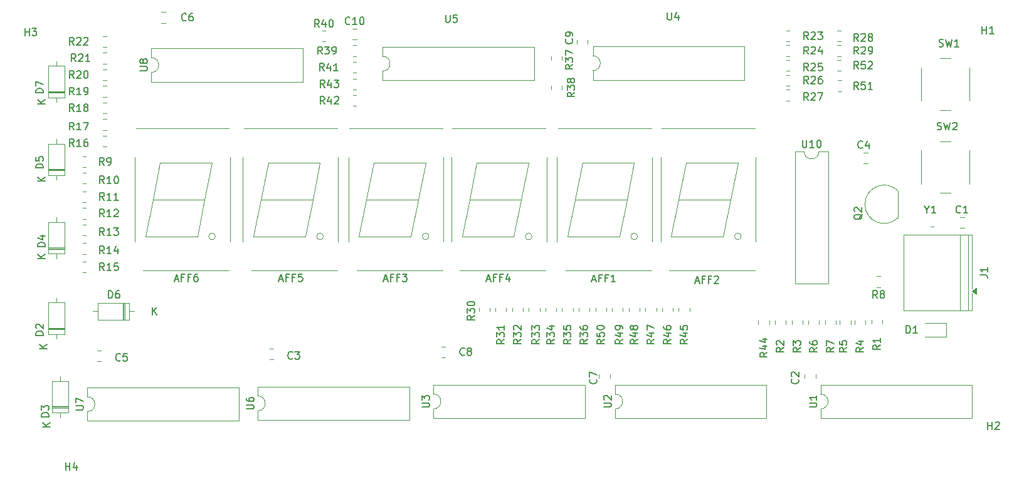
<source format=gbr>
%TF.GenerationSoftware,KiCad,Pcbnew,9.0.2*%
%TF.CreationDate,2025-11-07T18:09:28+05:30*%
%TF.ProjectId,v1,76312e6b-6963-4616-945f-706362585858,rev?*%
%TF.SameCoordinates,Original*%
%TF.FileFunction,Legend,Top*%
%TF.FilePolarity,Positive*%
%FSLAX46Y46*%
G04 Gerber Fmt 4.6, Leading zero omitted, Abs format (unit mm)*
G04 Created by KiCad (PCBNEW 9.0.2) date 2025-11-07 18:09:28*
%MOMM*%
%LPD*%
G01*
G04 APERTURE LIST*
%ADD10C,0.150000*%
%ADD11C,0.120000*%
G04 APERTURE END LIST*
D10*
X55604642Y-74704819D02*
X55271309Y-74228628D01*
X55033214Y-74704819D02*
X55033214Y-73704819D01*
X55033214Y-73704819D02*
X55414166Y-73704819D01*
X55414166Y-73704819D02*
X55509404Y-73752438D01*
X55509404Y-73752438D02*
X55557023Y-73800057D01*
X55557023Y-73800057D02*
X55604642Y-73895295D01*
X55604642Y-73895295D02*
X55604642Y-74038152D01*
X55604642Y-74038152D02*
X55557023Y-74133390D01*
X55557023Y-74133390D02*
X55509404Y-74181009D01*
X55509404Y-74181009D02*
X55414166Y-74228628D01*
X55414166Y-74228628D02*
X55033214Y-74228628D01*
X56557023Y-74704819D02*
X55985595Y-74704819D01*
X56271309Y-74704819D02*
X56271309Y-73704819D01*
X56271309Y-73704819D02*
X56176071Y-73847676D01*
X56176071Y-73847676D02*
X56080833Y-73942914D01*
X56080833Y-73942914D02*
X55985595Y-73990533D01*
X57128452Y-74133390D02*
X57033214Y-74085771D01*
X57033214Y-74085771D02*
X56985595Y-74038152D01*
X56985595Y-74038152D02*
X56937976Y-73942914D01*
X56937976Y-73942914D02*
X56937976Y-73895295D01*
X56937976Y-73895295D02*
X56985595Y-73800057D01*
X56985595Y-73800057D02*
X57033214Y-73752438D01*
X57033214Y-73752438D02*
X57128452Y-73704819D01*
X57128452Y-73704819D02*
X57318928Y-73704819D01*
X57318928Y-73704819D02*
X57414166Y-73752438D01*
X57414166Y-73752438D02*
X57461785Y-73800057D01*
X57461785Y-73800057D02*
X57509404Y-73895295D01*
X57509404Y-73895295D02*
X57509404Y-73942914D01*
X57509404Y-73942914D02*
X57461785Y-74038152D01*
X57461785Y-74038152D02*
X57414166Y-74085771D01*
X57414166Y-74085771D02*
X57318928Y-74133390D01*
X57318928Y-74133390D02*
X57128452Y-74133390D01*
X57128452Y-74133390D02*
X57033214Y-74181009D01*
X57033214Y-74181009D02*
X56985595Y-74228628D01*
X56985595Y-74228628D02*
X56937976Y-74323866D01*
X56937976Y-74323866D02*
X56937976Y-74514342D01*
X56937976Y-74514342D02*
X56985595Y-74609580D01*
X56985595Y-74609580D02*
X57033214Y-74657200D01*
X57033214Y-74657200D02*
X57128452Y-74704819D01*
X57128452Y-74704819D02*
X57318928Y-74704819D01*
X57318928Y-74704819D02*
X57414166Y-74657200D01*
X57414166Y-74657200D02*
X57461785Y-74609580D01*
X57461785Y-74609580D02*
X57509404Y-74514342D01*
X57509404Y-74514342D02*
X57509404Y-74323866D01*
X57509404Y-74323866D02*
X57461785Y-74228628D01*
X57461785Y-74228628D02*
X57414166Y-74181009D01*
X57414166Y-74181009D02*
X57318928Y-74133390D01*
X64504819Y-69201904D02*
X65314342Y-69201904D01*
X65314342Y-69201904D02*
X65409580Y-69154285D01*
X65409580Y-69154285D02*
X65457200Y-69106666D01*
X65457200Y-69106666D02*
X65504819Y-69011428D01*
X65504819Y-69011428D02*
X65504819Y-68820952D01*
X65504819Y-68820952D02*
X65457200Y-68725714D01*
X65457200Y-68725714D02*
X65409580Y-68678095D01*
X65409580Y-68678095D02*
X65314342Y-68630476D01*
X65314342Y-68630476D02*
X64504819Y-68630476D01*
X64933390Y-68011428D02*
X64885771Y-68106666D01*
X64885771Y-68106666D02*
X64838152Y-68154285D01*
X64838152Y-68154285D02*
X64742914Y-68201904D01*
X64742914Y-68201904D02*
X64695295Y-68201904D01*
X64695295Y-68201904D02*
X64600057Y-68154285D01*
X64600057Y-68154285D02*
X64552438Y-68106666D01*
X64552438Y-68106666D02*
X64504819Y-68011428D01*
X64504819Y-68011428D02*
X64504819Y-67820952D01*
X64504819Y-67820952D02*
X64552438Y-67725714D01*
X64552438Y-67725714D02*
X64600057Y-67678095D01*
X64600057Y-67678095D02*
X64695295Y-67630476D01*
X64695295Y-67630476D02*
X64742914Y-67630476D01*
X64742914Y-67630476D02*
X64838152Y-67678095D01*
X64838152Y-67678095D02*
X64885771Y-67725714D01*
X64885771Y-67725714D02*
X64933390Y-67820952D01*
X64933390Y-67820952D02*
X64933390Y-68011428D01*
X64933390Y-68011428D02*
X64981009Y-68106666D01*
X64981009Y-68106666D02*
X65028628Y-68154285D01*
X65028628Y-68154285D02*
X65123866Y-68201904D01*
X65123866Y-68201904D02*
X65314342Y-68201904D01*
X65314342Y-68201904D02*
X65409580Y-68154285D01*
X65409580Y-68154285D02*
X65457200Y-68106666D01*
X65457200Y-68106666D02*
X65504819Y-68011428D01*
X65504819Y-68011428D02*
X65504819Y-67820952D01*
X65504819Y-67820952D02*
X65457200Y-67725714D01*
X65457200Y-67725714D02*
X65409580Y-67678095D01*
X65409580Y-67678095D02*
X65314342Y-67630476D01*
X65314342Y-67630476D02*
X65123866Y-67630476D01*
X65123866Y-67630476D02*
X65028628Y-67678095D01*
X65028628Y-67678095D02*
X64981009Y-67725714D01*
X64981009Y-67725714D02*
X64933390Y-67820952D01*
X51454819Y-82368094D02*
X50454819Y-82368094D01*
X50454819Y-82368094D02*
X50454819Y-82129999D01*
X50454819Y-82129999D02*
X50502438Y-81987142D01*
X50502438Y-81987142D02*
X50597676Y-81891904D01*
X50597676Y-81891904D02*
X50692914Y-81844285D01*
X50692914Y-81844285D02*
X50883390Y-81796666D01*
X50883390Y-81796666D02*
X51026247Y-81796666D01*
X51026247Y-81796666D02*
X51216723Y-81844285D01*
X51216723Y-81844285D02*
X51311961Y-81891904D01*
X51311961Y-81891904D02*
X51407200Y-81987142D01*
X51407200Y-81987142D02*
X51454819Y-82129999D01*
X51454819Y-82129999D02*
X51454819Y-82368094D01*
X50454819Y-80891904D02*
X50454819Y-81368094D01*
X50454819Y-81368094D02*
X50931009Y-81415713D01*
X50931009Y-81415713D02*
X50883390Y-81368094D01*
X50883390Y-81368094D02*
X50835771Y-81272856D01*
X50835771Y-81272856D02*
X50835771Y-81034761D01*
X50835771Y-81034761D02*
X50883390Y-80939523D01*
X50883390Y-80939523D02*
X50931009Y-80891904D01*
X50931009Y-80891904D02*
X51026247Y-80844285D01*
X51026247Y-80844285D02*
X51264342Y-80844285D01*
X51264342Y-80844285D02*
X51359580Y-80891904D01*
X51359580Y-80891904D02*
X51407200Y-80939523D01*
X51407200Y-80939523D02*
X51454819Y-81034761D01*
X51454819Y-81034761D02*
X51454819Y-81272856D01*
X51454819Y-81272856D02*
X51407200Y-81368094D01*
X51407200Y-81368094D02*
X51359580Y-81415713D01*
X51704819Y-84141904D02*
X50704819Y-84141904D01*
X51704819Y-83570476D02*
X51133390Y-83999047D01*
X50704819Y-83570476D02*
X51276247Y-84141904D01*
X70755833Y-62359580D02*
X70708214Y-62407200D01*
X70708214Y-62407200D02*
X70565357Y-62454819D01*
X70565357Y-62454819D02*
X70470119Y-62454819D01*
X70470119Y-62454819D02*
X70327262Y-62407200D01*
X70327262Y-62407200D02*
X70232024Y-62311961D01*
X70232024Y-62311961D02*
X70184405Y-62216723D01*
X70184405Y-62216723D02*
X70136786Y-62026247D01*
X70136786Y-62026247D02*
X70136786Y-61883390D01*
X70136786Y-61883390D02*
X70184405Y-61692914D01*
X70184405Y-61692914D02*
X70232024Y-61597676D01*
X70232024Y-61597676D02*
X70327262Y-61502438D01*
X70327262Y-61502438D02*
X70470119Y-61454819D01*
X70470119Y-61454819D02*
X70565357Y-61454819D01*
X70565357Y-61454819D02*
X70708214Y-61502438D01*
X70708214Y-61502438D02*
X70755833Y-61550057D01*
X71612976Y-61454819D02*
X71422500Y-61454819D01*
X71422500Y-61454819D02*
X71327262Y-61502438D01*
X71327262Y-61502438D02*
X71279643Y-61550057D01*
X71279643Y-61550057D02*
X71184405Y-61692914D01*
X71184405Y-61692914D02*
X71136786Y-61883390D01*
X71136786Y-61883390D02*
X71136786Y-62264342D01*
X71136786Y-62264342D02*
X71184405Y-62359580D01*
X71184405Y-62359580D02*
X71232024Y-62407200D01*
X71232024Y-62407200D02*
X71327262Y-62454819D01*
X71327262Y-62454819D02*
X71517738Y-62454819D01*
X71517738Y-62454819D02*
X71612976Y-62407200D01*
X71612976Y-62407200D02*
X71660595Y-62359580D01*
X71660595Y-62359580D02*
X71708214Y-62264342D01*
X71708214Y-62264342D02*
X71708214Y-62026247D01*
X71708214Y-62026247D02*
X71660595Y-61931009D01*
X71660595Y-61931009D02*
X71612976Y-61883390D01*
X71612976Y-61883390D02*
X71517738Y-61835771D01*
X71517738Y-61835771D02*
X71327262Y-61835771D01*
X71327262Y-61835771D02*
X71232024Y-61883390D01*
X71232024Y-61883390D02*
X71184405Y-61931009D01*
X71184405Y-61931009D02*
X71136786Y-62026247D01*
X59694642Y-93954819D02*
X59361309Y-93478628D01*
X59123214Y-93954819D02*
X59123214Y-92954819D01*
X59123214Y-92954819D02*
X59504166Y-92954819D01*
X59504166Y-92954819D02*
X59599404Y-93002438D01*
X59599404Y-93002438D02*
X59647023Y-93050057D01*
X59647023Y-93050057D02*
X59694642Y-93145295D01*
X59694642Y-93145295D02*
X59694642Y-93288152D01*
X59694642Y-93288152D02*
X59647023Y-93383390D01*
X59647023Y-93383390D02*
X59599404Y-93431009D01*
X59599404Y-93431009D02*
X59504166Y-93478628D01*
X59504166Y-93478628D02*
X59123214Y-93478628D01*
X60647023Y-93954819D02*
X60075595Y-93954819D01*
X60361309Y-93954819D02*
X60361309Y-92954819D01*
X60361309Y-92954819D02*
X60266071Y-93097676D01*
X60266071Y-93097676D02*
X60170833Y-93192914D01*
X60170833Y-93192914D02*
X60075595Y-93240533D01*
X61504166Y-93288152D02*
X61504166Y-93954819D01*
X61266071Y-92907200D02*
X61027976Y-93621485D01*
X61027976Y-93621485D02*
X61647023Y-93621485D01*
X175333333Y-88359580D02*
X175285714Y-88407200D01*
X175285714Y-88407200D02*
X175142857Y-88454819D01*
X175142857Y-88454819D02*
X175047619Y-88454819D01*
X175047619Y-88454819D02*
X174904762Y-88407200D01*
X174904762Y-88407200D02*
X174809524Y-88311961D01*
X174809524Y-88311961D02*
X174761905Y-88216723D01*
X174761905Y-88216723D02*
X174714286Y-88026247D01*
X174714286Y-88026247D02*
X174714286Y-87883390D01*
X174714286Y-87883390D02*
X174761905Y-87692914D01*
X174761905Y-87692914D02*
X174809524Y-87597676D01*
X174809524Y-87597676D02*
X174904762Y-87502438D01*
X174904762Y-87502438D02*
X175047619Y-87454819D01*
X175047619Y-87454819D02*
X175142857Y-87454819D01*
X175142857Y-87454819D02*
X175285714Y-87502438D01*
X175285714Y-87502438D02*
X175333333Y-87550057D01*
X176285714Y-88454819D02*
X175714286Y-88454819D01*
X176000000Y-88454819D02*
X176000000Y-87454819D01*
X176000000Y-87454819D02*
X175904762Y-87597676D01*
X175904762Y-87597676D02*
X175809524Y-87692914D01*
X175809524Y-87692914D02*
X175714286Y-87740533D01*
X51704819Y-92988094D02*
X50704819Y-92988094D01*
X50704819Y-92988094D02*
X50704819Y-92749999D01*
X50704819Y-92749999D02*
X50752438Y-92607142D01*
X50752438Y-92607142D02*
X50847676Y-92511904D01*
X50847676Y-92511904D02*
X50942914Y-92464285D01*
X50942914Y-92464285D02*
X51133390Y-92416666D01*
X51133390Y-92416666D02*
X51276247Y-92416666D01*
X51276247Y-92416666D02*
X51466723Y-92464285D01*
X51466723Y-92464285D02*
X51561961Y-92511904D01*
X51561961Y-92511904D02*
X51657200Y-92607142D01*
X51657200Y-92607142D02*
X51704819Y-92749999D01*
X51704819Y-92749999D02*
X51704819Y-92988094D01*
X51038152Y-91559523D02*
X51704819Y-91559523D01*
X50657200Y-91797618D02*
X51371485Y-92035713D01*
X51371485Y-92035713D02*
X51371485Y-91416666D01*
X51704819Y-94571904D02*
X50704819Y-94571904D01*
X51704819Y-94000476D02*
X51133390Y-94429047D01*
X50704819Y-94000476D02*
X51276247Y-94571904D01*
X59694642Y-86704819D02*
X59361309Y-86228628D01*
X59123214Y-86704819D02*
X59123214Y-85704819D01*
X59123214Y-85704819D02*
X59504166Y-85704819D01*
X59504166Y-85704819D02*
X59599404Y-85752438D01*
X59599404Y-85752438D02*
X59647023Y-85800057D01*
X59647023Y-85800057D02*
X59694642Y-85895295D01*
X59694642Y-85895295D02*
X59694642Y-86038152D01*
X59694642Y-86038152D02*
X59647023Y-86133390D01*
X59647023Y-86133390D02*
X59599404Y-86181009D01*
X59599404Y-86181009D02*
X59504166Y-86228628D01*
X59504166Y-86228628D02*
X59123214Y-86228628D01*
X60647023Y-86704819D02*
X60075595Y-86704819D01*
X60361309Y-86704819D02*
X60361309Y-85704819D01*
X60361309Y-85704819D02*
X60266071Y-85847676D01*
X60266071Y-85847676D02*
X60170833Y-85942914D01*
X60170833Y-85942914D02*
X60075595Y-85990533D01*
X61599404Y-86704819D02*
X61027976Y-86704819D01*
X61313690Y-86704819D02*
X61313690Y-85704819D01*
X61313690Y-85704819D02*
X61218452Y-85847676D01*
X61218452Y-85847676D02*
X61123214Y-85942914D01*
X61123214Y-85942914D02*
X61027976Y-85990533D01*
X55854642Y-67954819D02*
X55521309Y-67478628D01*
X55283214Y-67954819D02*
X55283214Y-66954819D01*
X55283214Y-66954819D02*
X55664166Y-66954819D01*
X55664166Y-66954819D02*
X55759404Y-67002438D01*
X55759404Y-67002438D02*
X55807023Y-67050057D01*
X55807023Y-67050057D02*
X55854642Y-67145295D01*
X55854642Y-67145295D02*
X55854642Y-67288152D01*
X55854642Y-67288152D02*
X55807023Y-67383390D01*
X55807023Y-67383390D02*
X55759404Y-67431009D01*
X55759404Y-67431009D02*
X55664166Y-67478628D01*
X55664166Y-67478628D02*
X55283214Y-67478628D01*
X56235595Y-67050057D02*
X56283214Y-67002438D01*
X56283214Y-67002438D02*
X56378452Y-66954819D01*
X56378452Y-66954819D02*
X56616547Y-66954819D01*
X56616547Y-66954819D02*
X56711785Y-67002438D01*
X56711785Y-67002438D02*
X56759404Y-67050057D01*
X56759404Y-67050057D02*
X56807023Y-67145295D01*
X56807023Y-67145295D02*
X56807023Y-67240533D01*
X56807023Y-67240533D02*
X56759404Y-67383390D01*
X56759404Y-67383390D02*
X56187976Y-67954819D01*
X56187976Y-67954819D02*
X56807023Y-67954819D01*
X57759404Y-67954819D02*
X57187976Y-67954819D01*
X57473690Y-67954819D02*
X57473690Y-66954819D01*
X57473690Y-66954819D02*
X57378452Y-67097676D01*
X57378452Y-67097676D02*
X57283214Y-67192914D01*
X57283214Y-67192914D02*
X57187976Y-67240533D01*
X127204819Y-105555357D02*
X126728628Y-105888690D01*
X127204819Y-106126785D02*
X126204819Y-106126785D01*
X126204819Y-106126785D02*
X126204819Y-105745833D01*
X126204819Y-105745833D02*
X126252438Y-105650595D01*
X126252438Y-105650595D02*
X126300057Y-105602976D01*
X126300057Y-105602976D02*
X126395295Y-105555357D01*
X126395295Y-105555357D02*
X126538152Y-105555357D01*
X126538152Y-105555357D02*
X126633390Y-105602976D01*
X126633390Y-105602976D02*
X126681009Y-105650595D01*
X126681009Y-105650595D02*
X126728628Y-105745833D01*
X126728628Y-105745833D02*
X126728628Y-106126785D01*
X126204819Y-104650595D02*
X126204819Y-105126785D01*
X126204819Y-105126785D02*
X126681009Y-105174404D01*
X126681009Y-105174404D02*
X126633390Y-105126785D01*
X126633390Y-105126785D02*
X126585771Y-105031547D01*
X126585771Y-105031547D02*
X126585771Y-104793452D01*
X126585771Y-104793452D02*
X126633390Y-104698214D01*
X126633390Y-104698214D02*
X126681009Y-104650595D01*
X126681009Y-104650595D02*
X126776247Y-104602976D01*
X126776247Y-104602976D02*
X127014342Y-104602976D01*
X127014342Y-104602976D02*
X127109580Y-104650595D01*
X127109580Y-104650595D02*
X127157200Y-104698214D01*
X127157200Y-104698214D02*
X127204819Y-104793452D01*
X127204819Y-104793452D02*
X127204819Y-105031547D01*
X127204819Y-105031547D02*
X127157200Y-105126785D01*
X127157200Y-105126785D02*
X127109580Y-105174404D01*
X126204819Y-103983928D02*
X126204819Y-103888690D01*
X126204819Y-103888690D02*
X126252438Y-103793452D01*
X126252438Y-103793452D02*
X126300057Y-103745833D01*
X126300057Y-103745833D02*
X126395295Y-103698214D01*
X126395295Y-103698214D02*
X126585771Y-103650595D01*
X126585771Y-103650595D02*
X126823866Y-103650595D01*
X126823866Y-103650595D02*
X127014342Y-103698214D01*
X127014342Y-103698214D02*
X127109580Y-103745833D01*
X127109580Y-103745833D02*
X127157200Y-103793452D01*
X127157200Y-103793452D02*
X127204819Y-103888690D01*
X127204819Y-103888690D02*
X127204819Y-103983928D01*
X127204819Y-103983928D02*
X127157200Y-104079166D01*
X127157200Y-104079166D02*
X127109580Y-104126785D01*
X127109580Y-104126785D02*
X127014342Y-104174404D01*
X127014342Y-104174404D02*
X126823866Y-104222023D01*
X126823866Y-104222023D02*
X126585771Y-104222023D01*
X126585771Y-104222023D02*
X126395295Y-104174404D01*
X126395295Y-104174404D02*
X126300057Y-104126785D01*
X126300057Y-104126785D02*
X126252438Y-104079166D01*
X126252438Y-104079166D02*
X126204819Y-103983928D01*
X158204819Y-106666666D02*
X157728628Y-106999999D01*
X158204819Y-107238094D02*
X157204819Y-107238094D01*
X157204819Y-107238094D02*
X157204819Y-106857142D01*
X157204819Y-106857142D02*
X157252438Y-106761904D01*
X157252438Y-106761904D02*
X157300057Y-106714285D01*
X157300057Y-106714285D02*
X157395295Y-106666666D01*
X157395295Y-106666666D02*
X157538152Y-106666666D01*
X157538152Y-106666666D02*
X157633390Y-106714285D01*
X157633390Y-106714285D02*
X157681009Y-106761904D01*
X157681009Y-106761904D02*
X157728628Y-106857142D01*
X157728628Y-106857142D02*
X157728628Y-107238094D01*
X157204819Y-106333332D02*
X157204819Y-105666666D01*
X157204819Y-105666666D02*
X158204819Y-106095237D01*
X97428571Y-97419104D02*
X97904761Y-97419104D01*
X97333333Y-97704819D02*
X97666666Y-96704819D01*
X97666666Y-96704819D02*
X97999999Y-97704819D01*
X98666666Y-97181009D02*
X98333333Y-97181009D01*
X98333333Y-97704819D02*
X98333333Y-96704819D01*
X98333333Y-96704819D02*
X98809523Y-96704819D01*
X99523809Y-97181009D02*
X99190476Y-97181009D01*
X99190476Y-97704819D02*
X99190476Y-96704819D01*
X99190476Y-96704819D02*
X99666666Y-96704819D01*
X99952381Y-96704819D02*
X100571428Y-96704819D01*
X100571428Y-96704819D02*
X100238095Y-97085771D01*
X100238095Y-97085771D02*
X100380952Y-97085771D01*
X100380952Y-97085771D02*
X100476190Y-97133390D01*
X100476190Y-97133390D02*
X100523809Y-97181009D01*
X100523809Y-97181009D02*
X100571428Y-97276247D01*
X100571428Y-97276247D02*
X100571428Y-97514342D01*
X100571428Y-97514342D02*
X100523809Y-97609580D01*
X100523809Y-97609580D02*
X100476190Y-97657200D01*
X100476190Y-97657200D02*
X100380952Y-97704819D01*
X100380952Y-97704819D02*
X100095238Y-97704819D01*
X100095238Y-97704819D02*
X100000000Y-97657200D01*
X100000000Y-97657200D02*
X99952381Y-97609580D01*
X115954819Y-105555357D02*
X115478628Y-105888690D01*
X115954819Y-106126785D02*
X114954819Y-106126785D01*
X114954819Y-106126785D02*
X114954819Y-105745833D01*
X114954819Y-105745833D02*
X115002438Y-105650595D01*
X115002438Y-105650595D02*
X115050057Y-105602976D01*
X115050057Y-105602976D02*
X115145295Y-105555357D01*
X115145295Y-105555357D02*
X115288152Y-105555357D01*
X115288152Y-105555357D02*
X115383390Y-105602976D01*
X115383390Y-105602976D02*
X115431009Y-105650595D01*
X115431009Y-105650595D02*
X115478628Y-105745833D01*
X115478628Y-105745833D02*
X115478628Y-106126785D01*
X114954819Y-105222023D02*
X114954819Y-104602976D01*
X114954819Y-104602976D02*
X115335771Y-104936309D01*
X115335771Y-104936309D02*
X115335771Y-104793452D01*
X115335771Y-104793452D02*
X115383390Y-104698214D01*
X115383390Y-104698214D02*
X115431009Y-104650595D01*
X115431009Y-104650595D02*
X115526247Y-104602976D01*
X115526247Y-104602976D02*
X115764342Y-104602976D01*
X115764342Y-104602976D02*
X115859580Y-104650595D01*
X115859580Y-104650595D02*
X115907200Y-104698214D01*
X115907200Y-104698214D02*
X115954819Y-104793452D01*
X115954819Y-104793452D02*
X115954819Y-105079166D01*
X115954819Y-105079166D02*
X115907200Y-105174404D01*
X115907200Y-105174404D02*
X115859580Y-105222023D01*
X115050057Y-104222023D02*
X115002438Y-104174404D01*
X115002438Y-104174404D02*
X114954819Y-104079166D01*
X114954819Y-104079166D02*
X114954819Y-103841071D01*
X114954819Y-103841071D02*
X115002438Y-103745833D01*
X115002438Y-103745833D02*
X115050057Y-103698214D01*
X115050057Y-103698214D02*
X115145295Y-103650595D01*
X115145295Y-103650595D02*
X115240533Y-103650595D01*
X115240533Y-103650595D02*
X115383390Y-103698214D01*
X115383390Y-103698214D02*
X115954819Y-104269642D01*
X115954819Y-104269642D02*
X115954819Y-103650595D01*
X151454819Y-106666666D02*
X150978628Y-106999999D01*
X151454819Y-107238094D02*
X150454819Y-107238094D01*
X150454819Y-107238094D02*
X150454819Y-106857142D01*
X150454819Y-106857142D02*
X150502438Y-106761904D01*
X150502438Y-106761904D02*
X150550057Y-106714285D01*
X150550057Y-106714285D02*
X150645295Y-106666666D01*
X150645295Y-106666666D02*
X150788152Y-106666666D01*
X150788152Y-106666666D02*
X150883390Y-106714285D01*
X150883390Y-106714285D02*
X150931009Y-106761904D01*
X150931009Y-106761904D02*
X150978628Y-106857142D01*
X150978628Y-106857142D02*
X150978628Y-107238094D01*
X150550057Y-106285713D02*
X150502438Y-106238094D01*
X150502438Y-106238094D02*
X150454819Y-106142856D01*
X150454819Y-106142856D02*
X150454819Y-105904761D01*
X150454819Y-105904761D02*
X150502438Y-105809523D01*
X150502438Y-105809523D02*
X150550057Y-105761904D01*
X150550057Y-105761904D02*
X150645295Y-105714285D01*
X150645295Y-105714285D02*
X150740533Y-105714285D01*
X150740533Y-105714285D02*
X150883390Y-105761904D01*
X150883390Y-105761904D02*
X151454819Y-106333332D01*
X151454819Y-106333332D02*
X151454819Y-105714285D01*
X126109580Y-110916666D02*
X126157200Y-110964285D01*
X126157200Y-110964285D02*
X126204819Y-111107142D01*
X126204819Y-111107142D02*
X126204819Y-111202380D01*
X126204819Y-111202380D02*
X126157200Y-111345237D01*
X126157200Y-111345237D02*
X126061961Y-111440475D01*
X126061961Y-111440475D02*
X125966723Y-111488094D01*
X125966723Y-111488094D02*
X125776247Y-111535713D01*
X125776247Y-111535713D02*
X125633390Y-111535713D01*
X125633390Y-111535713D02*
X125442914Y-111488094D01*
X125442914Y-111488094D02*
X125347676Y-111440475D01*
X125347676Y-111440475D02*
X125252438Y-111345237D01*
X125252438Y-111345237D02*
X125204819Y-111202380D01*
X125204819Y-111202380D02*
X125204819Y-111107142D01*
X125204819Y-111107142D02*
X125252438Y-110964285D01*
X125252438Y-110964285D02*
X125300057Y-110916666D01*
X125204819Y-110583332D02*
X125204819Y-109916666D01*
X125204819Y-109916666D02*
X126204819Y-110345237D01*
X60261905Y-99954819D02*
X60261905Y-98954819D01*
X60261905Y-98954819D02*
X60500000Y-98954819D01*
X60500000Y-98954819D02*
X60642857Y-99002438D01*
X60642857Y-99002438D02*
X60738095Y-99097676D01*
X60738095Y-99097676D02*
X60785714Y-99192914D01*
X60785714Y-99192914D02*
X60833333Y-99383390D01*
X60833333Y-99383390D02*
X60833333Y-99526247D01*
X60833333Y-99526247D02*
X60785714Y-99716723D01*
X60785714Y-99716723D02*
X60738095Y-99811961D01*
X60738095Y-99811961D02*
X60642857Y-99907200D01*
X60642857Y-99907200D02*
X60500000Y-99954819D01*
X60500000Y-99954819D02*
X60261905Y-99954819D01*
X61690476Y-98954819D02*
X61500000Y-98954819D01*
X61500000Y-98954819D02*
X61404762Y-99002438D01*
X61404762Y-99002438D02*
X61357143Y-99050057D01*
X61357143Y-99050057D02*
X61261905Y-99192914D01*
X61261905Y-99192914D02*
X61214286Y-99383390D01*
X61214286Y-99383390D02*
X61214286Y-99764342D01*
X61214286Y-99764342D02*
X61261905Y-99859580D01*
X61261905Y-99859580D02*
X61309524Y-99907200D01*
X61309524Y-99907200D02*
X61404762Y-99954819D01*
X61404762Y-99954819D02*
X61595238Y-99954819D01*
X61595238Y-99954819D02*
X61690476Y-99907200D01*
X61690476Y-99907200D02*
X61738095Y-99859580D01*
X61738095Y-99859580D02*
X61785714Y-99764342D01*
X61785714Y-99764342D02*
X61785714Y-99526247D01*
X61785714Y-99526247D02*
X61738095Y-99431009D01*
X61738095Y-99431009D02*
X61690476Y-99383390D01*
X61690476Y-99383390D02*
X61595238Y-99335771D01*
X61595238Y-99335771D02*
X61404762Y-99335771D01*
X61404762Y-99335771D02*
X61309524Y-99383390D01*
X61309524Y-99383390D02*
X61261905Y-99431009D01*
X61261905Y-99431009D02*
X61214286Y-99526247D01*
X66178095Y-102204819D02*
X66178095Y-101204819D01*
X66749523Y-102204819D02*
X66320952Y-101633390D01*
X66749523Y-101204819D02*
X66178095Y-101776247D01*
X78884819Y-114951904D02*
X79694342Y-114951904D01*
X79694342Y-114951904D02*
X79789580Y-114904285D01*
X79789580Y-114904285D02*
X79837200Y-114856666D01*
X79837200Y-114856666D02*
X79884819Y-114761428D01*
X79884819Y-114761428D02*
X79884819Y-114570952D01*
X79884819Y-114570952D02*
X79837200Y-114475714D01*
X79837200Y-114475714D02*
X79789580Y-114428095D01*
X79789580Y-114428095D02*
X79694342Y-114380476D01*
X79694342Y-114380476D02*
X78884819Y-114380476D01*
X78884819Y-113475714D02*
X78884819Y-113666190D01*
X78884819Y-113666190D02*
X78932438Y-113761428D01*
X78932438Y-113761428D02*
X78980057Y-113809047D01*
X78980057Y-113809047D02*
X79122914Y-113904285D01*
X79122914Y-113904285D02*
X79313390Y-113951904D01*
X79313390Y-113951904D02*
X79694342Y-113951904D01*
X79694342Y-113951904D02*
X79789580Y-113904285D01*
X79789580Y-113904285D02*
X79837200Y-113856666D01*
X79837200Y-113856666D02*
X79884819Y-113761428D01*
X79884819Y-113761428D02*
X79884819Y-113570952D01*
X79884819Y-113570952D02*
X79837200Y-113475714D01*
X79837200Y-113475714D02*
X79789580Y-113428095D01*
X79789580Y-113428095D02*
X79694342Y-113380476D01*
X79694342Y-113380476D02*
X79456247Y-113380476D01*
X79456247Y-113380476D02*
X79361009Y-113428095D01*
X79361009Y-113428095D02*
X79313390Y-113475714D01*
X79313390Y-113475714D02*
X79265771Y-113570952D01*
X79265771Y-113570952D02*
X79265771Y-113761428D01*
X79265771Y-113761428D02*
X79313390Y-113856666D01*
X79313390Y-113856666D02*
X79361009Y-113904285D01*
X79361009Y-113904285D02*
X79456247Y-113951904D01*
X139508571Y-97669104D02*
X139984761Y-97669104D01*
X139413333Y-97954819D02*
X139746666Y-96954819D01*
X139746666Y-96954819D02*
X140079999Y-97954819D01*
X140746666Y-97431009D02*
X140413333Y-97431009D01*
X140413333Y-97954819D02*
X140413333Y-96954819D01*
X140413333Y-96954819D02*
X140889523Y-96954819D01*
X141603809Y-97431009D02*
X141270476Y-97431009D01*
X141270476Y-97954819D02*
X141270476Y-96954819D01*
X141270476Y-96954819D02*
X141746666Y-96954819D01*
X142080000Y-97050057D02*
X142127619Y-97002438D01*
X142127619Y-97002438D02*
X142222857Y-96954819D01*
X142222857Y-96954819D02*
X142460952Y-96954819D01*
X142460952Y-96954819D02*
X142556190Y-97002438D01*
X142556190Y-97002438D02*
X142603809Y-97050057D01*
X142603809Y-97050057D02*
X142651428Y-97145295D01*
X142651428Y-97145295D02*
X142651428Y-97240533D01*
X142651428Y-97240533D02*
X142603809Y-97383390D01*
X142603809Y-97383390D02*
X142032381Y-97954819D01*
X142032381Y-97954819D02*
X142651428Y-97954819D01*
X59694642Y-96204819D02*
X59361309Y-95728628D01*
X59123214Y-96204819D02*
X59123214Y-95204819D01*
X59123214Y-95204819D02*
X59504166Y-95204819D01*
X59504166Y-95204819D02*
X59599404Y-95252438D01*
X59599404Y-95252438D02*
X59647023Y-95300057D01*
X59647023Y-95300057D02*
X59694642Y-95395295D01*
X59694642Y-95395295D02*
X59694642Y-95538152D01*
X59694642Y-95538152D02*
X59647023Y-95633390D01*
X59647023Y-95633390D02*
X59599404Y-95681009D01*
X59599404Y-95681009D02*
X59504166Y-95728628D01*
X59504166Y-95728628D02*
X59123214Y-95728628D01*
X60647023Y-96204819D02*
X60075595Y-96204819D01*
X60361309Y-96204819D02*
X60361309Y-95204819D01*
X60361309Y-95204819D02*
X60266071Y-95347676D01*
X60266071Y-95347676D02*
X60170833Y-95442914D01*
X60170833Y-95442914D02*
X60075595Y-95490533D01*
X61551785Y-95204819D02*
X61075595Y-95204819D01*
X61075595Y-95204819D02*
X61027976Y-95681009D01*
X61027976Y-95681009D02*
X61075595Y-95633390D01*
X61075595Y-95633390D02*
X61170833Y-95585771D01*
X61170833Y-95585771D02*
X61408928Y-95585771D01*
X61408928Y-95585771D02*
X61504166Y-95633390D01*
X61504166Y-95633390D02*
X61551785Y-95681009D01*
X61551785Y-95681009D02*
X61599404Y-95776247D01*
X61599404Y-95776247D02*
X61599404Y-96014342D01*
X61599404Y-96014342D02*
X61551785Y-96109580D01*
X61551785Y-96109580D02*
X61504166Y-96157200D01*
X61504166Y-96157200D02*
X61408928Y-96204819D01*
X61408928Y-96204819D02*
X61170833Y-96204819D01*
X61170833Y-96204819D02*
X61075595Y-96157200D01*
X61075595Y-96157200D02*
X61027976Y-96109580D01*
X154769642Y-73204819D02*
X154436309Y-72728628D01*
X154198214Y-73204819D02*
X154198214Y-72204819D01*
X154198214Y-72204819D02*
X154579166Y-72204819D01*
X154579166Y-72204819D02*
X154674404Y-72252438D01*
X154674404Y-72252438D02*
X154722023Y-72300057D01*
X154722023Y-72300057D02*
X154769642Y-72395295D01*
X154769642Y-72395295D02*
X154769642Y-72538152D01*
X154769642Y-72538152D02*
X154722023Y-72633390D01*
X154722023Y-72633390D02*
X154674404Y-72681009D01*
X154674404Y-72681009D02*
X154579166Y-72728628D01*
X154579166Y-72728628D02*
X154198214Y-72728628D01*
X155150595Y-72300057D02*
X155198214Y-72252438D01*
X155198214Y-72252438D02*
X155293452Y-72204819D01*
X155293452Y-72204819D02*
X155531547Y-72204819D01*
X155531547Y-72204819D02*
X155626785Y-72252438D01*
X155626785Y-72252438D02*
X155674404Y-72300057D01*
X155674404Y-72300057D02*
X155722023Y-72395295D01*
X155722023Y-72395295D02*
X155722023Y-72490533D01*
X155722023Y-72490533D02*
X155674404Y-72633390D01*
X155674404Y-72633390D02*
X155102976Y-73204819D01*
X155102976Y-73204819D02*
X155722023Y-73204819D01*
X156055357Y-72204819D02*
X156722023Y-72204819D01*
X156722023Y-72204819D02*
X156293452Y-73204819D01*
X136204819Y-105555357D02*
X135728628Y-105888690D01*
X136204819Y-106126785D02*
X135204819Y-106126785D01*
X135204819Y-106126785D02*
X135204819Y-105745833D01*
X135204819Y-105745833D02*
X135252438Y-105650595D01*
X135252438Y-105650595D02*
X135300057Y-105602976D01*
X135300057Y-105602976D02*
X135395295Y-105555357D01*
X135395295Y-105555357D02*
X135538152Y-105555357D01*
X135538152Y-105555357D02*
X135633390Y-105602976D01*
X135633390Y-105602976D02*
X135681009Y-105650595D01*
X135681009Y-105650595D02*
X135728628Y-105745833D01*
X135728628Y-105745833D02*
X135728628Y-106126785D01*
X135538152Y-104698214D02*
X136204819Y-104698214D01*
X135157200Y-104936309D02*
X135871485Y-105174404D01*
X135871485Y-105174404D02*
X135871485Y-104555357D01*
X135204819Y-103745833D02*
X135204819Y-103936309D01*
X135204819Y-103936309D02*
X135252438Y-104031547D01*
X135252438Y-104031547D02*
X135300057Y-104079166D01*
X135300057Y-104079166D02*
X135442914Y-104174404D01*
X135442914Y-104174404D02*
X135633390Y-104222023D01*
X135633390Y-104222023D02*
X136014342Y-104222023D01*
X136014342Y-104222023D02*
X136109580Y-104174404D01*
X136109580Y-104174404D02*
X136157200Y-104126785D01*
X136157200Y-104126785D02*
X136204819Y-104031547D01*
X136204819Y-104031547D02*
X136204819Y-103841071D01*
X136204819Y-103841071D02*
X136157200Y-103745833D01*
X136157200Y-103745833D02*
X136109580Y-103698214D01*
X136109580Y-103698214D02*
X136014342Y-103650595D01*
X136014342Y-103650595D02*
X135776247Y-103650595D01*
X135776247Y-103650595D02*
X135681009Y-103698214D01*
X135681009Y-103698214D02*
X135633390Y-103745833D01*
X135633390Y-103745833D02*
X135585771Y-103841071D01*
X135585771Y-103841071D02*
X135585771Y-104031547D01*
X135585771Y-104031547D02*
X135633390Y-104126785D01*
X135633390Y-104126785D02*
X135681009Y-104174404D01*
X135681009Y-104174404D02*
X135776247Y-104222023D01*
X178238095Y-64204819D02*
X178238095Y-63204819D01*
X178238095Y-63681009D02*
X178809523Y-63681009D01*
X178809523Y-64204819D02*
X178809523Y-63204819D01*
X179809523Y-64204819D02*
X179238095Y-64204819D01*
X179523809Y-64204819D02*
X179523809Y-63204819D01*
X179523809Y-63204819D02*
X179428571Y-63347676D01*
X179428571Y-63347676D02*
X179333333Y-63442914D01*
X179333333Y-63442914D02*
X179238095Y-63490533D01*
X159954819Y-106666666D02*
X159478628Y-106999999D01*
X159954819Y-107238094D02*
X158954819Y-107238094D01*
X158954819Y-107238094D02*
X158954819Y-106857142D01*
X158954819Y-106857142D02*
X159002438Y-106761904D01*
X159002438Y-106761904D02*
X159050057Y-106714285D01*
X159050057Y-106714285D02*
X159145295Y-106666666D01*
X159145295Y-106666666D02*
X159288152Y-106666666D01*
X159288152Y-106666666D02*
X159383390Y-106714285D01*
X159383390Y-106714285D02*
X159431009Y-106761904D01*
X159431009Y-106761904D02*
X159478628Y-106857142D01*
X159478628Y-106857142D02*
X159478628Y-107238094D01*
X158954819Y-105761904D02*
X158954819Y-106238094D01*
X158954819Y-106238094D02*
X159431009Y-106285713D01*
X159431009Y-106285713D02*
X159383390Y-106238094D01*
X159383390Y-106238094D02*
X159335771Y-106142856D01*
X159335771Y-106142856D02*
X159335771Y-105904761D01*
X159335771Y-105904761D02*
X159383390Y-105809523D01*
X159383390Y-105809523D02*
X159431009Y-105761904D01*
X159431009Y-105761904D02*
X159526247Y-105714285D01*
X159526247Y-105714285D02*
X159764342Y-105714285D01*
X159764342Y-105714285D02*
X159859580Y-105761904D01*
X159859580Y-105761904D02*
X159907200Y-105809523D01*
X159907200Y-105809523D02*
X159954819Y-105904761D01*
X159954819Y-105904761D02*
X159954819Y-106142856D01*
X159954819Y-106142856D02*
X159907200Y-106238094D01*
X159907200Y-106238094D02*
X159859580Y-106285713D01*
X149204819Y-107305357D02*
X148728628Y-107638690D01*
X149204819Y-107876785D02*
X148204819Y-107876785D01*
X148204819Y-107876785D02*
X148204819Y-107495833D01*
X148204819Y-107495833D02*
X148252438Y-107400595D01*
X148252438Y-107400595D02*
X148300057Y-107352976D01*
X148300057Y-107352976D02*
X148395295Y-107305357D01*
X148395295Y-107305357D02*
X148538152Y-107305357D01*
X148538152Y-107305357D02*
X148633390Y-107352976D01*
X148633390Y-107352976D02*
X148681009Y-107400595D01*
X148681009Y-107400595D02*
X148728628Y-107495833D01*
X148728628Y-107495833D02*
X148728628Y-107876785D01*
X148538152Y-106448214D02*
X149204819Y-106448214D01*
X148157200Y-106686309D02*
X148871485Y-106924404D01*
X148871485Y-106924404D02*
X148871485Y-106305357D01*
X148538152Y-105495833D02*
X149204819Y-105495833D01*
X148157200Y-105733928D02*
X148871485Y-105972023D01*
X148871485Y-105972023D02*
X148871485Y-105352976D01*
X177954819Y-96833333D02*
X178669104Y-96833333D01*
X178669104Y-96833333D02*
X178811961Y-96880952D01*
X178811961Y-96880952D02*
X178907200Y-96976190D01*
X178907200Y-96976190D02*
X178954819Y-97119047D01*
X178954819Y-97119047D02*
X178954819Y-97214285D01*
X178954819Y-95833333D02*
X178954819Y-96404761D01*
X178954819Y-96119047D02*
X177954819Y-96119047D01*
X177954819Y-96119047D02*
X178097676Y-96214285D01*
X178097676Y-96214285D02*
X178192914Y-96309523D01*
X178192914Y-96309523D02*
X178240533Y-96404761D01*
X89444642Y-71454819D02*
X89111309Y-70978628D01*
X88873214Y-71454819D02*
X88873214Y-70454819D01*
X88873214Y-70454819D02*
X89254166Y-70454819D01*
X89254166Y-70454819D02*
X89349404Y-70502438D01*
X89349404Y-70502438D02*
X89397023Y-70550057D01*
X89397023Y-70550057D02*
X89444642Y-70645295D01*
X89444642Y-70645295D02*
X89444642Y-70788152D01*
X89444642Y-70788152D02*
X89397023Y-70883390D01*
X89397023Y-70883390D02*
X89349404Y-70931009D01*
X89349404Y-70931009D02*
X89254166Y-70978628D01*
X89254166Y-70978628D02*
X88873214Y-70978628D01*
X90301785Y-70788152D02*
X90301785Y-71454819D01*
X90063690Y-70407200D02*
X89825595Y-71121485D01*
X89825595Y-71121485D02*
X90444642Y-71121485D01*
X90730357Y-70454819D02*
X91349404Y-70454819D01*
X91349404Y-70454819D02*
X91016071Y-70835771D01*
X91016071Y-70835771D02*
X91158928Y-70835771D01*
X91158928Y-70835771D02*
X91254166Y-70883390D01*
X91254166Y-70883390D02*
X91301785Y-70931009D01*
X91301785Y-70931009D02*
X91349404Y-71026247D01*
X91349404Y-71026247D02*
X91349404Y-71264342D01*
X91349404Y-71264342D02*
X91301785Y-71359580D01*
X91301785Y-71359580D02*
X91254166Y-71407200D01*
X91254166Y-71407200D02*
X91158928Y-71454819D01*
X91158928Y-71454819D02*
X90873214Y-71454819D01*
X90873214Y-71454819D02*
X90777976Y-71407200D01*
X90777976Y-71407200D02*
X90730357Y-71359580D01*
X69218571Y-97419104D02*
X69694761Y-97419104D01*
X69123333Y-97704819D02*
X69456666Y-96704819D01*
X69456666Y-96704819D02*
X69789999Y-97704819D01*
X70456666Y-97181009D02*
X70123333Y-97181009D01*
X70123333Y-97704819D02*
X70123333Y-96704819D01*
X70123333Y-96704819D02*
X70599523Y-96704819D01*
X71313809Y-97181009D02*
X70980476Y-97181009D01*
X70980476Y-97704819D02*
X70980476Y-96704819D01*
X70980476Y-96704819D02*
X71456666Y-96704819D01*
X72266190Y-96704819D02*
X72075714Y-96704819D01*
X72075714Y-96704819D02*
X71980476Y-96752438D01*
X71980476Y-96752438D02*
X71932857Y-96800057D01*
X71932857Y-96800057D02*
X71837619Y-96942914D01*
X71837619Y-96942914D02*
X71790000Y-97133390D01*
X71790000Y-97133390D02*
X71790000Y-97514342D01*
X71790000Y-97514342D02*
X71837619Y-97609580D01*
X71837619Y-97609580D02*
X71885238Y-97657200D01*
X71885238Y-97657200D02*
X71980476Y-97704819D01*
X71980476Y-97704819D02*
X72170952Y-97704819D01*
X72170952Y-97704819D02*
X72266190Y-97657200D01*
X72266190Y-97657200D02*
X72313809Y-97609580D01*
X72313809Y-97609580D02*
X72361428Y-97514342D01*
X72361428Y-97514342D02*
X72361428Y-97276247D01*
X72361428Y-97276247D02*
X72313809Y-97181009D01*
X72313809Y-97181009D02*
X72266190Y-97133390D01*
X72266190Y-97133390D02*
X72170952Y-97085771D01*
X72170952Y-97085771D02*
X71980476Y-97085771D01*
X71980476Y-97085771D02*
X71885238Y-97133390D01*
X71885238Y-97133390D02*
X71837619Y-97181009D01*
X71837619Y-97181009D02*
X71790000Y-97276247D01*
X51454819Y-72178094D02*
X50454819Y-72178094D01*
X50454819Y-72178094D02*
X50454819Y-71939999D01*
X50454819Y-71939999D02*
X50502438Y-71797142D01*
X50502438Y-71797142D02*
X50597676Y-71701904D01*
X50597676Y-71701904D02*
X50692914Y-71654285D01*
X50692914Y-71654285D02*
X50883390Y-71606666D01*
X50883390Y-71606666D02*
X51026247Y-71606666D01*
X51026247Y-71606666D02*
X51216723Y-71654285D01*
X51216723Y-71654285D02*
X51311961Y-71701904D01*
X51311961Y-71701904D02*
X51407200Y-71797142D01*
X51407200Y-71797142D02*
X51454819Y-71939999D01*
X51454819Y-71939999D02*
X51454819Y-72178094D01*
X50454819Y-71273332D02*
X50454819Y-70606666D01*
X50454819Y-70606666D02*
X51454819Y-71035237D01*
X51704819Y-73701904D02*
X50704819Y-73701904D01*
X51704819Y-73130476D02*
X51133390Y-73559047D01*
X50704819Y-73130476D02*
X51276247Y-73701904D01*
X89357142Y-69204819D02*
X89023809Y-68728628D01*
X88785714Y-69204819D02*
X88785714Y-68204819D01*
X88785714Y-68204819D02*
X89166666Y-68204819D01*
X89166666Y-68204819D02*
X89261904Y-68252438D01*
X89261904Y-68252438D02*
X89309523Y-68300057D01*
X89309523Y-68300057D02*
X89357142Y-68395295D01*
X89357142Y-68395295D02*
X89357142Y-68538152D01*
X89357142Y-68538152D02*
X89309523Y-68633390D01*
X89309523Y-68633390D02*
X89261904Y-68681009D01*
X89261904Y-68681009D02*
X89166666Y-68728628D01*
X89166666Y-68728628D02*
X88785714Y-68728628D01*
X90214285Y-68538152D02*
X90214285Y-69204819D01*
X89976190Y-68157200D02*
X89738095Y-68871485D01*
X89738095Y-68871485D02*
X90357142Y-68871485D01*
X91261904Y-69204819D02*
X90690476Y-69204819D01*
X90976190Y-69204819D02*
X90976190Y-68204819D01*
X90976190Y-68204819D02*
X90880952Y-68347676D01*
X90880952Y-68347676D02*
X90785714Y-68442914D01*
X90785714Y-68442914D02*
X90690476Y-68490533D01*
X133954819Y-105555357D02*
X133478628Y-105888690D01*
X133954819Y-106126785D02*
X132954819Y-106126785D01*
X132954819Y-106126785D02*
X132954819Y-105745833D01*
X132954819Y-105745833D02*
X133002438Y-105650595D01*
X133002438Y-105650595D02*
X133050057Y-105602976D01*
X133050057Y-105602976D02*
X133145295Y-105555357D01*
X133145295Y-105555357D02*
X133288152Y-105555357D01*
X133288152Y-105555357D02*
X133383390Y-105602976D01*
X133383390Y-105602976D02*
X133431009Y-105650595D01*
X133431009Y-105650595D02*
X133478628Y-105745833D01*
X133478628Y-105745833D02*
X133478628Y-106126785D01*
X133288152Y-104698214D02*
X133954819Y-104698214D01*
X132907200Y-104936309D02*
X133621485Y-105174404D01*
X133621485Y-105174404D02*
X133621485Y-104555357D01*
X132954819Y-104269642D02*
X132954819Y-103602976D01*
X132954819Y-103602976D02*
X133954819Y-104031547D01*
X164083333Y-99954819D02*
X163750000Y-99478628D01*
X163511905Y-99954819D02*
X163511905Y-98954819D01*
X163511905Y-98954819D02*
X163892857Y-98954819D01*
X163892857Y-98954819D02*
X163988095Y-99002438D01*
X163988095Y-99002438D02*
X164035714Y-99050057D01*
X164035714Y-99050057D02*
X164083333Y-99145295D01*
X164083333Y-99145295D02*
X164083333Y-99288152D01*
X164083333Y-99288152D02*
X164035714Y-99383390D01*
X164035714Y-99383390D02*
X163988095Y-99431009D01*
X163988095Y-99431009D02*
X163892857Y-99478628D01*
X163892857Y-99478628D02*
X163511905Y-99478628D01*
X164654762Y-99383390D02*
X164559524Y-99335771D01*
X164559524Y-99335771D02*
X164511905Y-99288152D01*
X164511905Y-99288152D02*
X164464286Y-99192914D01*
X164464286Y-99192914D02*
X164464286Y-99145295D01*
X164464286Y-99145295D02*
X164511905Y-99050057D01*
X164511905Y-99050057D02*
X164559524Y-99002438D01*
X164559524Y-99002438D02*
X164654762Y-98954819D01*
X164654762Y-98954819D02*
X164845238Y-98954819D01*
X164845238Y-98954819D02*
X164940476Y-99002438D01*
X164940476Y-99002438D02*
X164988095Y-99050057D01*
X164988095Y-99050057D02*
X165035714Y-99145295D01*
X165035714Y-99145295D02*
X165035714Y-99192914D01*
X165035714Y-99192914D02*
X164988095Y-99288152D01*
X164988095Y-99288152D02*
X164940476Y-99335771D01*
X164940476Y-99335771D02*
X164845238Y-99383390D01*
X164845238Y-99383390D02*
X164654762Y-99383390D01*
X164654762Y-99383390D02*
X164559524Y-99431009D01*
X164559524Y-99431009D02*
X164511905Y-99478628D01*
X164511905Y-99478628D02*
X164464286Y-99573866D01*
X164464286Y-99573866D02*
X164464286Y-99764342D01*
X164464286Y-99764342D02*
X164511905Y-99859580D01*
X164511905Y-99859580D02*
X164559524Y-99907200D01*
X164559524Y-99907200D02*
X164654762Y-99954819D01*
X164654762Y-99954819D02*
X164845238Y-99954819D01*
X164845238Y-99954819D02*
X164940476Y-99907200D01*
X164940476Y-99907200D02*
X164988095Y-99859580D01*
X164988095Y-99859580D02*
X165035714Y-99764342D01*
X165035714Y-99764342D02*
X165035714Y-99573866D01*
X165035714Y-99573866D02*
X164988095Y-99478628D01*
X164988095Y-99478628D02*
X164940476Y-99431009D01*
X164940476Y-99431009D02*
X164845238Y-99383390D01*
X89107142Y-66954819D02*
X88773809Y-66478628D01*
X88535714Y-66954819D02*
X88535714Y-65954819D01*
X88535714Y-65954819D02*
X88916666Y-65954819D01*
X88916666Y-65954819D02*
X89011904Y-66002438D01*
X89011904Y-66002438D02*
X89059523Y-66050057D01*
X89059523Y-66050057D02*
X89107142Y-66145295D01*
X89107142Y-66145295D02*
X89107142Y-66288152D01*
X89107142Y-66288152D02*
X89059523Y-66383390D01*
X89059523Y-66383390D02*
X89011904Y-66431009D01*
X89011904Y-66431009D02*
X88916666Y-66478628D01*
X88916666Y-66478628D02*
X88535714Y-66478628D01*
X89440476Y-65954819D02*
X90059523Y-65954819D01*
X90059523Y-65954819D02*
X89726190Y-66335771D01*
X89726190Y-66335771D02*
X89869047Y-66335771D01*
X89869047Y-66335771D02*
X89964285Y-66383390D01*
X89964285Y-66383390D02*
X90011904Y-66431009D01*
X90011904Y-66431009D02*
X90059523Y-66526247D01*
X90059523Y-66526247D02*
X90059523Y-66764342D01*
X90059523Y-66764342D02*
X90011904Y-66859580D01*
X90011904Y-66859580D02*
X89964285Y-66907200D01*
X89964285Y-66907200D02*
X89869047Y-66954819D01*
X89869047Y-66954819D02*
X89583333Y-66954819D01*
X89583333Y-66954819D02*
X89488095Y-66907200D01*
X89488095Y-66907200D02*
X89440476Y-66859580D01*
X90535714Y-66954819D02*
X90726190Y-66954819D01*
X90726190Y-66954819D02*
X90821428Y-66907200D01*
X90821428Y-66907200D02*
X90869047Y-66859580D01*
X90869047Y-66859580D02*
X90964285Y-66716723D01*
X90964285Y-66716723D02*
X91011904Y-66526247D01*
X91011904Y-66526247D02*
X91011904Y-66145295D01*
X91011904Y-66145295D02*
X90964285Y-66050057D01*
X90964285Y-66050057D02*
X90916666Y-66002438D01*
X90916666Y-66002438D02*
X90821428Y-65954819D01*
X90821428Y-65954819D02*
X90630952Y-65954819D01*
X90630952Y-65954819D02*
X90535714Y-66002438D01*
X90535714Y-66002438D02*
X90488095Y-66050057D01*
X90488095Y-66050057D02*
X90440476Y-66145295D01*
X90440476Y-66145295D02*
X90440476Y-66383390D01*
X90440476Y-66383390D02*
X90488095Y-66478628D01*
X90488095Y-66478628D02*
X90535714Y-66526247D01*
X90535714Y-66526247D02*
X90630952Y-66573866D01*
X90630952Y-66573866D02*
X90821428Y-66573866D01*
X90821428Y-66573866D02*
X90916666Y-66526247D01*
X90916666Y-66526247D02*
X90964285Y-66478628D01*
X90964285Y-66478628D02*
X91011904Y-66383390D01*
X118454819Y-105555357D02*
X117978628Y-105888690D01*
X118454819Y-106126785D02*
X117454819Y-106126785D01*
X117454819Y-106126785D02*
X117454819Y-105745833D01*
X117454819Y-105745833D02*
X117502438Y-105650595D01*
X117502438Y-105650595D02*
X117550057Y-105602976D01*
X117550057Y-105602976D02*
X117645295Y-105555357D01*
X117645295Y-105555357D02*
X117788152Y-105555357D01*
X117788152Y-105555357D02*
X117883390Y-105602976D01*
X117883390Y-105602976D02*
X117931009Y-105650595D01*
X117931009Y-105650595D02*
X117978628Y-105745833D01*
X117978628Y-105745833D02*
X117978628Y-106126785D01*
X117454819Y-105222023D02*
X117454819Y-104602976D01*
X117454819Y-104602976D02*
X117835771Y-104936309D01*
X117835771Y-104936309D02*
X117835771Y-104793452D01*
X117835771Y-104793452D02*
X117883390Y-104698214D01*
X117883390Y-104698214D02*
X117931009Y-104650595D01*
X117931009Y-104650595D02*
X118026247Y-104602976D01*
X118026247Y-104602976D02*
X118264342Y-104602976D01*
X118264342Y-104602976D02*
X118359580Y-104650595D01*
X118359580Y-104650595D02*
X118407200Y-104698214D01*
X118407200Y-104698214D02*
X118454819Y-104793452D01*
X118454819Y-104793452D02*
X118454819Y-105079166D01*
X118454819Y-105079166D02*
X118407200Y-105174404D01*
X118407200Y-105174404D02*
X118359580Y-105222023D01*
X117454819Y-104269642D02*
X117454819Y-103650595D01*
X117454819Y-103650595D02*
X117835771Y-103983928D01*
X117835771Y-103983928D02*
X117835771Y-103841071D01*
X117835771Y-103841071D02*
X117883390Y-103745833D01*
X117883390Y-103745833D02*
X117931009Y-103698214D01*
X117931009Y-103698214D02*
X118026247Y-103650595D01*
X118026247Y-103650595D02*
X118264342Y-103650595D01*
X118264342Y-103650595D02*
X118359580Y-103698214D01*
X118359580Y-103698214D02*
X118407200Y-103745833D01*
X118407200Y-103745833D02*
X118454819Y-103841071D01*
X118454819Y-103841071D02*
X118454819Y-104126785D01*
X118454819Y-104126785D02*
X118407200Y-104222023D01*
X118407200Y-104222023D02*
X118359580Y-104269642D01*
X122859580Y-64916666D02*
X122907200Y-64964285D01*
X122907200Y-64964285D02*
X122954819Y-65107142D01*
X122954819Y-65107142D02*
X122954819Y-65202380D01*
X122954819Y-65202380D02*
X122907200Y-65345237D01*
X122907200Y-65345237D02*
X122811961Y-65440475D01*
X122811961Y-65440475D02*
X122716723Y-65488094D01*
X122716723Y-65488094D02*
X122526247Y-65535713D01*
X122526247Y-65535713D02*
X122383390Y-65535713D01*
X122383390Y-65535713D02*
X122192914Y-65488094D01*
X122192914Y-65488094D02*
X122097676Y-65440475D01*
X122097676Y-65440475D02*
X122002438Y-65345237D01*
X122002438Y-65345237D02*
X121954819Y-65202380D01*
X121954819Y-65202380D02*
X121954819Y-65107142D01*
X121954819Y-65107142D02*
X122002438Y-64964285D01*
X122002438Y-64964285D02*
X122050057Y-64916666D01*
X122954819Y-64440475D02*
X122954819Y-64249999D01*
X122954819Y-64249999D02*
X122907200Y-64154761D01*
X122907200Y-64154761D02*
X122859580Y-64107142D01*
X122859580Y-64107142D02*
X122716723Y-64011904D01*
X122716723Y-64011904D02*
X122526247Y-63964285D01*
X122526247Y-63964285D02*
X122145295Y-63964285D01*
X122145295Y-63964285D02*
X122050057Y-64011904D01*
X122050057Y-64011904D02*
X122002438Y-64059523D01*
X122002438Y-64059523D02*
X121954819Y-64154761D01*
X121954819Y-64154761D02*
X121954819Y-64345237D01*
X121954819Y-64345237D02*
X122002438Y-64440475D01*
X122002438Y-64440475D02*
X122050057Y-64488094D01*
X122050057Y-64488094D02*
X122145295Y-64535713D01*
X122145295Y-64535713D02*
X122383390Y-64535713D01*
X122383390Y-64535713D02*
X122478628Y-64488094D01*
X122478628Y-64488094D02*
X122526247Y-64440475D01*
X122526247Y-64440475D02*
X122573866Y-64345237D01*
X122573866Y-64345237D02*
X122573866Y-64154761D01*
X122573866Y-64154761D02*
X122526247Y-64059523D01*
X122526247Y-64059523D02*
X122478628Y-64011904D01*
X122478628Y-64011904D02*
X122383390Y-63964285D01*
X153359580Y-110916666D02*
X153407200Y-110964285D01*
X153407200Y-110964285D02*
X153454819Y-111107142D01*
X153454819Y-111107142D02*
X153454819Y-111202380D01*
X153454819Y-111202380D02*
X153407200Y-111345237D01*
X153407200Y-111345237D02*
X153311961Y-111440475D01*
X153311961Y-111440475D02*
X153216723Y-111488094D01*
X153216723Y-111488094D02*
X153026247Y-111535713D01*
X153026247Y-111535713D02*
X152883390Y-111535713D01*
X152883390Y-111535713D02*
X152692914Y-111488094D01*
X152692914Y-111488094D02*
X152597676Y-111440475D01*
X152597676Y-111440475D02*
X152502438Y-111345237D01*
X152502438Y-111345237D02*
X152454819Y-111202380D01*
X152454819Y-111202380D02*
X152454819Y-111107142D01*
X152454819Y-111107142D02*
X152502438Y-110964285D01*
X152502438Y-110964285D02*
X152550057Y-110916666D01*
X152550057Y-110535713D02*
X152502438Y-110488094D01*
X152502438Y-110488094D02*
X152454819Y-110392856D01*
X152454819Y-110392856D02*
X152454819Y-110154761D01*
X152454819Y-110154761D02*
X152502438Y-110059523D01*
X152502438Y-110059523D02*
X152550057Y-110011904D01*
X152550057Y-110011904D02*
X152645295Y-109964285D01*
X152645295Y-109964285D02*
X152740533Y-109964285D01*
X152740533Y-109964285D02*
X152883390Y-110011904D01*
X152883390Y-110011904D02*
X153454819Y-110583332D01*
X153454819Y-110583332D02*
X153454819Y-109964285D01*
X161519642Y-71704819D02*
X161186309Y-71228628D01*
X160948214Y-71704819D02*
X160948214Y-70704819D01*
X160948214Y-70704819D02*
X161329166Y-70704819D01*
X161329166Y-70704819D02*
X161424404Y-70752438D01*
X161424404Y-70752438D02*
X161472023Y-70800057D01*
X161472023Y-70800057D02*
X161519642Y-70895295D01*
X161519642Y-70895295D02*
X161519642Y-71038152D01*
X161519642Y-71038152D02*
X161472023Y-71133390D01*
X161472023Y-71133390D02*
X161424404Y-71181009D01*
X161424404Y-71181009D02*
X161329166Y-71228628D01*
X161329166Y-71228628D02*
X160948214Y-71228628D01*
X162424404Y-70704819D02*
X161948214Y-70704819D01*
X161948214Y-70704819D02*
X161900595Y-71181009D01*
X161900595Y-71181009D02*
X161948214Y-71133390D01*
X161948214Y-71133390D02*
X162043452Y-71085771D01*
X162043452Y-71085771D02*
X162281547Y-71085771D01*
X162281547Y-71085771D02*
X162376785Y-71133390D01*
X162376785Y-71133390D02*
X162424404Y-71181009D01*
X162424404Y-71181009D02*
X162472023Y-71276247D01*
X162472023Y-71276247D02*
X162472023Y-71514342D01*
X162472023Y-71514342D02*
X162424404Y-71609580D01*
X162424404Y-71609580D02*
X162376785Y-71657200D01*
X162376785Y-71657200D02*
X162281547Y-71704819D01*
X162281547Y-71704819D02*
X162043452Y-71704819D01*
X162043452Y-71704819D02*
X161948214Y-71657200D01*
X161948214Y-71657200D02*
X161900595Y-71609580D01*
X163424404Y-71704819D02*
X162852976Y-71704819D01*
X163138690Y-71704819D02*
X163138690Y-70704819D01*
X163138690Y-70704819D02*
X163043452Y-70847676D01*
X163043452Y-70847676D02*
X162948214Y-70942914D01*
X162948214Y-70942914D02*
X162852976Y-70990533D01*
X102594819Y-114701904D02*
X103404342Y-114701904D01*
X103404342Y-114701904D02*
X103499580Y-114654285D01*
X103499580Y-114654285D02*
X103547200Y-114606666D01*
X103547200Y-114606666D02*
X103594819Y-114511428D01*
X103594819Y-114511428D02*
X103594819Y-114320952D01*
X103594819Y-114320952D02*
X103547200Y-114225714D01*
X103547200Y-114225714D02*
X103499580Y-114178095D01*
X103499580Y-114178095D02*
X103404342Y-114130476D01*
X103404342Y-114130476D02*
X102594819Y-114130476D01*
X102594819Y-113749523D02*
X102594819Y-113130476D01*
X102594819Y-113130476D02*
X102975771Y-113463809D01*
X102975771Y-113463809D02*
X102975771Y-113320952D01*
X102975771Y-113320952D02*
X103023390Y-113225714D01*
X103023390Y-113225714D02*
X103071009Y-113178095D01*
X103071009Y-113178095D02*
X103166247Y-113130476D01*
X103166247Y-113130476D02*
X103404342Y-113130476D01*
X103404342Y-113130476D02*
X103499580Y-113178095D01*
X103499580Y-113178095D02*
X103547200Y-113225714D01*
X103547200Y-113225714D02*
X103594819Y-113320952D01*
X103594819Y-113320952D02*
X103594819Y-113606666D01*
X103594819Y-113606666D02*
X103547200Y-113701904D01*
X103547200Y-113701904D02*
X103499580Y-113749523D01*
X59694642Y-88954819D02*
X59361309Y-88478628D01*
X59123214Y-88954819D02*
X59123214Y-87954819D01*
X59123214Y-87954819D02*
X59504166Y-87954819D01*
X59504166Y-87954819D02*
X59599404Y-88002438D01*
X59599404Y-88002438D02*
X59647023Y-88050057D01*
X59647023Y-88050057D02*
X59694642Y-88145295D01*
X59694642Y-88145295D02*
X59694642Y-88288152D01*
X59694642Y-88288152D02*
X59647023Y-88383390D01*
X59647023Y-88383390D02*
X59599404Y-88431009D01*
X59599404Y-88431009D02*
X59504166Y-88478628D01*
X59504166Y-88478628D02*
X59123214Y-88478628D01*
X60647023Y-88954819D02*
X60075595Y-88954819D01*
X60361309Y-88954819D02*
X60361309Y-87954819D01*
X60361309Y-87954819D02*
X60266071Y-88097676D01*
X60266071Y-88097676D02*
X60170833Y-88192914D01*
X60170833Y-88192914D02*
X60075595Y-88240533D01*
X61027976Y-88050057D02*
X61075595Y-88002438D01*
X61075595Y-88002438D02*
X61170833Y-87954819D01*
X61170833Y-87954819D02*
X61408928Y-87954819D01*
X61408928Y-87954819D02*
X61504166Y-88002438D01*
X61504166Y-88002438D02*
X61551785Y-88050057D01*
X61551785Y-88050057D02*
X61599404Y-88145295D01*
X61599404Y-88145295D02*
X61599404Y-88240533D01*
X61599404Y-88240533D02*
X61551785Y-88383390D01*
X61551785Y-88383390D02*
X60980357Y-88954819D01*
X60980357Y-88954819D02*
X61599404Y-88954819D01*
X52204819Y-115988094D02*
X51204819Y-115988094D01*
X51204819Y-115988094D02*
X51204819Y-115749999D01*
X51204819Y-115749999D02*
X51252438Y-115607142D01*
X51252438Y-115607142D02*
X51347676Y-115511904D01*
X51347676Y-115511904D02*
X51442914Y-115464285D01*
X51442914Y-115464285D02*
X51633390Y-115416666D01*
X51633390Y-115416666D02*
X51776247Y-115416666D01*
X51776247Y-115416666D02*
X51966723Y-115464285D01*
X51966723Y-115464285D02*
X52061961Y-115511904D01*
X52061961Y-115511904D02*
X52157200Y-115607142D01*
X52157200Y-115607142D02*
X52204819Y-115749999D01*
X52204819Y-115749999D02*
X52204819Y-115988094D01*
X51204819Y-115083332D02*
X51204819Y-114464285D01*
X51204819Y-114464285D02*
X51585771Y-114797618D01*
X51585771Y-114797618D02*
X51585771Y-114654761D01*
X51585771Y-114654761D02*
X51633390Y-114559523D01*
X51633390Y-114559523D02*
X51681009Y-114511904D01*
X51681009Y-114511904D02*
X51776247Y-114464285D01*
X51776247Y-114464285D02*
X52014342Y-114464285D01*
X52014342Y-114464285D02*
X52109580Y-114511904D01*
X52109580Y-114511904D02*
X52157200Y-114559523D01*
X52157200Y-114559523D02*
X52204819Y-114654761D01*
X52204819Y-114654761D02*
X52204819Y-114940475D01*
X52204819Y-114940475D02*
X52157200Y-115035713D01*
X52157200Y-115035713D02*
X52109580Y-115083332D01*
X52404819Y-117381904D02*
X51404819Y-117381904D01*
X52404819Y-116810476D02*
X51833390Y-117239047D01*
X51404819Y-116810476D02*
X51976247Y-117381904D01*
X162050057Y-88595238D02*
X162002438Y-88690476D01*
X162002438Y-88690476D02*
X161907200Y-88785714D01*
X161907200Y-88785714D02*
X161764342Y-88928571D01*
X161764342Y-88928571D02*
X161716723Y-89023809D01*
X161716723Y-89023809D02*
X161716723Y-89119047D01*
X161954819Y-89071428D02*
X161907200Y-89166666D01*
X161907200Y-89166666D02*
X161811961Y-89261904D01*
X161811961Y-89261904D02*
X161621485Y-89309523D01*
X161621485Y-89309523D02*
X161288152Y-89309523D01*
X161288152Y-89309523D02*
X161097676Y-89261904D01*
X161097676Y-89261904D02*
X161002438Y-89166666D01*
X161002438Y-89166666D02*
X160954819Y-89071428D01*
X160954819Y-89071428D02*
X160954819Y-88880952D01*
X160954819Y-88880952D02*
X161002438Y-88785714D01*
X161002438Y-88785714D02*
X161097676Y-88690476D01*
X161097676Y-88690476D02*
X161288152Y-88642857D01*
X161288152Y-88642857D02*
X161621485Y-88642857D01*
X161621485Y-88642857D02*
X161811961Y-88690476D01*
X161811961Y-88690476D02*
X161907200Y-88785714D01*
X161907200Y-88785714D02*
X161954819Y-88880952D01*
X161954819Y-88880952D02*
X161954819Y-89071428D01*
X161050057Y-88261904D02*
X161002438Y-88214285D01*
X161002438Y-88214285D02*
X160954819Y-88119047D01*
X160954819Y-88119047D02*
X160954819Y-87880952D01*
X160954819Y-87880952D02*
X161002438Y-87785714D01*
X161002438Y-87785714D02*
X161050057Y-87738095D01*
X161050057Y-87738095D02*
X161145295Y-87690476D01*
X161145295Y-87690476D02*
X161240533Y-87690476D01*
X161240533Y-87690476D02*
X161383390Y-87738095D01*
X161383390Y-87738095D02*
X161954819Y-88309523D01*
X161954819Y-88309523D02*
X161954819Y-87690476D01*
X89444642Y-73704819D02*
X89111309Y-73228628D01*
X88873214Y-73704819D02*
X88873214Y-72704819D01*
X88873214Y-72704819D02*
X89254166Y-72704819D01*
X89254166Y-72704819D02*
X89349404Y-72752438D01*
X89349404Y-72752438D02*
X89397023Y-72800057D01*
X89397023Y-72800057D02*
X89444642Y-72895295D01*
X89444642Y-72895295D02*
X89444642Y-73038152D01*
X89444642Y-73038152D02*
X89397023Y-73133390D01*
X89397023Y-73133390D02*
X89349404Y-73181009D01*
X89349404Y-73181009D02*
X89254166Y-73228628D01*
X89254166Y-73228628D02*
X88873214Y-73228628D01*
X90301785Y-73038152D02*
X90301785Y-73704819D01*
X90063690Y-72657200D02*
X89825595Y-73371485D01*
X89825595Y-73371485D02*
X90444642Y-73371485D01*
X90777976Y-72800057D02*
X90825595Y-72752438D01*
X90825595Y-72752438D02*
X90920833Y-72704819D01*
X90920833Y-72704819D02*
X91158928Y-72704819D01*
X91158928Y-72704819D02*
X91254166Y-72752438D01*
X91254166Y-72752438D02*
X91301785Y-72800057D01*
X91301785Y-72800057D02*
X91349404Y-72895295D01*
X91349404Y-72895295D02*
X91349404Y-72990533D01*
X91349404Y-72990533D02*
X91301785Y-73133390D01*
X91301785Y-73133390D02*
X90730357Y-73704819D01*
X90730357Y-73704819D02*
X91349404Y-73704819D01*
X92857142Y-62859580D02*
X92809523Y-62907200D01*
X92809523Y-62907200D02*
X92666666Y-62954819D01*
X92666666Y-62954819D02*
X92571428Y-62954819D01*
X92571428Y-62954819D02*
X92428571Y-62907200D01*
X92428571Y-62907200D02*
X92333333Y-62811961D01*
X92333333Y-62811961D02*
X92285714Y-62716723D01*
X92285714Y-62716723D02*
X92238095Y-62526247D01*
X92238095Y-62526247D02*
X92238095Y-62383390D01*
X92238095Y-62383390D02*
X92285714Y-62192914D01*
X92285714Y-62192914D02*
X92333333Y-62097676D01*
X92333333Y-62097676D02*
X92428571Y-62002438D01*
X92428571Y-62002438D02*
X92571428Y-61954819D01*
X92571428Y-61954819D02*
X92666666Y-61954819D01*
X92666666Y-61954819D02*
X92809523Y-62002438D01*
X92809523Y-62002438D02*
X92857142Y-62050057D01*
X93809523Y-62954819D02*
X93238095Y-62954819D01*
X93523809Y-62954819D02*
X93523809Y-61954819D01*
X93523809Y-61954819D02*
X93428571Y-62097676D01*
X93428571Y-62097676D02*
X93333333Y-62192914D01*
X93333333Y-62192914D02*
X93238095Y-62240533D01*
X94428571Y-61954819D02*
X94523809Y-61954819D01*
X94523809Y-61954819D02*
X94619047Y-62002438D01*
X94619047Y-62002438D02*
X94666666Y-62050057D01*
X94666666Y-62050057D02*
X94714285Y-62145295D01*
X94714285Y-62145295D02*
X94761904Y-62335771D01*
X94761904Y-62335771D02*
X94761904Y-62573866D01*
X94761904Y-62573866D02*
X94714285Y-62764342D01*
X94714285Y-62764342D02*
X94666666Y-62859580D01*
X94666666Y-62859580D02*
X94619047Y-62907200D01*
X94619047Y-62907200D02*
X94523809Y-62954819D01*
X94523809Y-62954819D02*
X94428571Y-62954819D01*
X94428571Y-62954819D02*
X94333333Y-62907200D01*
X94333333Y-62907200D02*
X94285714Y-62859580D01*
X94285714Y-62859580D02*
X94238095Y-62764342D01*
X94238095Y-62764342D02*
X94190476Y-62573866D01*
X94190476Y-62573866D02*
X94190476Y-62335771D01*
X94190476Y-62335771D02*
X94238095Y-62145295D01*
X94238095Y-62145295D02*
X94285714Y-62050057D01*
X94285714Y-62050057D02*
X94333333Y-62002438D01*
X94333333Y-62002438D02*
X94428571Y-61954819D01*
X124954819Y-105555357D02*
X124478628Y-105888690D01*
X124954819Y-106126785D02*
X123954819Y-106126785D01*
X123954819Y-106126785D02*
X123954819Y-105745833D01*
X123954819Y-105745833D02*
X124002438Y-105650595D01*
X124002438Y-105650595D02*
X124050057Y-105602976D01*
X124050057Y-105602976D02*
X124145295Y-105555357D01*
X124145295Y-105555357D02*
X124288152Y-105555357D01*
X124288152Y-105555357D02*
X124383390Y-105602976D01*
X124383390Y-105602976D02*
X124431009Y-105650595D01*
X124431009Y-105650595D02*
X124478628Y-105745833D01*
X124478628Y-105745833D02*
X124478628Y-106126785D01*
X123954819Y-105222023D02*
X123954819Y-104602976D01*
X123954819Y-104602976D02*
X124335771Y-104936309D01*
X124335771Y-104936309D02*
X124335771Y-104793452D01*
X124335771Y-104793452D02*
X124383390Y-104698214D01*
X124383390Y-104698214D02*
X124431009Y-104650595D01*
X124431009Y-104650595D02*
X124526247Y-104602976D01*
X124526247Y-104602976D02*
X124764342Y-104602976D01*
X124764342Y-104602976D02*
X124859580Y-104650595D01*
X124859580Y-104650595D02*
X124907200Y-104698214D01*
X124907200Y-104698214D02*
X124954819Y-104793452D01*
X124954819Y-104793452D02*
X124954819Y-105079166D01*
X124954819Y-105079166D02*
X124907200Y-105174404D01*
X124907200Y-105174404D02*
X124859580Y-105222023D01*
X123954819Y-103745833D02*
X123954819Y-103936309D01*
X123954819Y-103936309D02*
X124002438Y-104031547D01*
X124002438Y-104031547D02*
X124050057Y-104079166D01*
X124050057Y-104079166D02*
X124192914Y-104174404D01*
X124192914Y-104174404D02*
X124383390Y-104222023D01*
X124383390Y-104222023D02*
X124764342Y-104222023D01*
X124764342Y-104222023D02*
X124859580Y-104174404D01*
X124859580Y-104174404D02*
X124907200Y-104126785D01*
X124907200Y-104126785D02*
X124954819Y-104031547D01*
X124954819Y-104031547D02*
X124954819Y-103841071D01*
X124954819Y-103841071D02*
X124907200Y-103745833D01*
X124907200Y-103745833D02*
X124859580Y-103698214D01*
X124859580Y-103698214D02*
X124764342Y-103650595D01*
X124764342Y-103650595D02*
X124526247Y-103650595D01*
X124526247Y-103650595D02*
X124431009Y-103698214D01*
X124431009Y-103698214D02*
X124383390Y-103745833D01*
X124383390Y-103745833D02*
X124335771Y-103841071D01*
X124335771Y-103841071D02*
X124335771Y-104031547D01*
X124335771Y-104031547D02*
X124383390Y-104126785D01*
X124383390Y-104126785D02*
X124431009Y-104174404D01*
X124431009Y-104174404D02*
X124526247Y-104222023D01*
X153951905Y-78584819D02*
X153951905Y-79394342D01*
X153951905Y-79394342D02*
X153999524Y-79489580D01*
X153999524Y-79489580D02*
X154047143Y-79537200D01*
X154047143Y-79537200D02*
X154142381Y-79584819D01*
X154142381Y-79584819D02*
X154332857Y-79584819D01*
X154332857Y-79584819D02*
X154428095Y-79537200D01*
X154428095Y-79537200D02*
X154475714Y-79489580D01*
X154475714Y-79489580D02*
X154523333Y-79394342D01*
X154523333Y-79394342D02*
X154523333Y-78584819D01*
X155523333Y-79584819D02*
X154951905Y-79584819D01*
X155237619Y-79584819D02*
X155237619Y-78584819D01*
X155237619Y-78584819D02*
X155142381Y-78727676D01*
X155142381Y-78727676D02*
X155047143Y-78822914D01*
X155047143Y-78822914D02*
X154951905Y-78870533D01*
X156142381Y-78584819D02*
X156237619Y-78584819D01*
X156237619Y-78584819D02*
X156332857Y-78632438D01*
X156332857Y-78632438D02*
X156380476Y-78680057D01*
X156380476Y-78680057D02*
X156428095Y-78775295D01*
X156428095Y-78775295D02*
X156475714Y-78965771D01*
X156475714Y-78965771D02*
X156475714Y-79203866D01*
X156475714Y-79203866D02*
X156428095Y-79394342D01*
X156428095Y-79394342D02*
X156380476Y-79489580D01*
X156380476Y-79489580D02*
X156332857Y-79537200D01*
X156332857Y-79537200D02*
X156237619Y-79584819D01*
X156237619Y-79584819D02*
X156142381Y-79584819D01*
X156142381Y-79584819D02*
X156047143Y-79537200D01*
X156047143Y-79537200D02*
X155999524Y-79489580D01*
X155999524Y-79489580D02*
X155951905Y-79394342D01*
X155951905Y-79394342D02*
X155904286Y-79203866D01*
X155904286Y-79203866D02*
X155904286Y-78965771D01*
X155904286Y-78965771D02*
X155951905Y-78775295D01*
X155951905Y-78775295D02*
X155999524Y-78680057D01*
X155999524Y-78680057D02*
X156047143Y-78632438D01*
X156047143Y-78632438D02*
X156142381Y-78584819D01*
X161519642Y-66954819D02*
X161186309Y-66478628D01*
X160948214Y-66954819D02*
X160948214Y-65954819D01*
X160948214Y-65954819D02*
X161329166Y-65954819D01*
X161329166Y-65954819D02*
X161424404Y-66002438D01*
X161424404Y-66002438D02*
X161472023Y-66050057D01*
X161472023Y-66050057D02*
X161519642Y-66145295D01*
X161519642Y-66145295D02*
X161519642Y-66288152D01*
X161519642Y-66288152D02*
X161472023Y-66383390D01*
X161472023Y-66383390D02*
X161424404Y-66431009D01*
X161424404Y-66431009D02*
X161329166Y-66478628D01*
X161329166Y-66478628D02*
X160948214Y-66478628D01*
X161900595Y-66050057D02*
X161948214Y-66002438D01*
X161948214Y-66002438D02*
X162043452Y-65954819D01*
X162043452Y-65954819D02*
X162281547Y-65954819D01*
X162281547Y-65954819D02*
X162376785Y-66002438D01*
X162376785Y-66002438D02*
X162424404Y-66050057D01*
X162424404Y-66050057D02*
X162472023Y-66145295D01*
X162472023Y-66145295D02*
X162472023Y-66240533D01*
X162472023Y-66240533D02*
X162424404Y-66383390D01*
X162424404Y-66383390D02*
X161852976Y-66954819D01*
X161852976Y-66954819D02*
X162472023Y-66954819D01*
X162948214Y-66954819D02*
X163138690Y-66954819D01*
X163138690Y-66954819D02*
X163233928Y-66907200D01*
X163233928Y-66907200D02*
X163281547Y-66859580D01*
X163281547Y-66859580D02*
X163376785Y-66716723D01*
X163376785Y-66716723D02*
X163424404Y-66526247D01*
X163424404Y-66526247D02*
X163424404Y-66145295D01*
X163424404Y-66145295D02*
X163376785Y-66050057D01*
X163376785Y-66050057D02*
X163329166Y-66002438D01*
X163329166Y-66002438D02*
X163233928Y-65954819D01*
X163233928Y-65954819D02*
X163043452Y-65954819D01*
X163043452Y-65954819D02*
X162948214Y-66002438D01*
X162948214Y-66002438D02*
X162900595Y-66050057D01*
X162900595Y-66050057D02*
X162852976Y-66145295D01*
X162852976Y-66145295D02*
X162852976Y-66383390D01*
X162852976Y-66383390D02*
X162900595Y-66478628D01*
X162900595Y-66478628D02*
X162948214Y-66526247D01*
X162948214Y-66526247D02*
X163043452Y-66573866D01*
X163043452Y-66573866D02*
X163233928Y-66573866D01*
X163233928Y-66573866D02*
X163329166Y-66526247D01*
X163329166Y-66526247D02*
X163376785Y-66478628D01*
X163376785Y-66478628D02*
X163424404Y-66383390D01*
X105798095Y-61644819D02*
X105798095Y-62454342D01*
X105798095Y-62454342D02*
X105845714Y-62549580D01*
X105845714Y-62549580D02*
X105893333Y-62597200D01*
X105893333Y-62597200D02*
X105988571Y-62644819D01*
X105988571Y-62644819D02*
X106179047Y-62644819D01*
X106179047Y-62644819D02*
X106274285Y-62597200D01*
X106274285Y-62597200D02*
X106321904Y-62549580D01*
X106321904Y-62549580D02*
X106369523Y-62454342D01*
X106369523Y-62454342D02*
X106369523Y-61644819D01*
X107321904Y-61644819D02*
X106845714Y-61644819D01*
X106845714Y-61644819D02*
X106798095Y-62121009D01*
X106798095Y-62121009D02*
X106845714Y-62073390D01*
X106845714Y-62073390D02*
X106940952Y-62025771D01*
X106940952Y-62025771D02*
X107179047Y-62025771D01*
X107179047Y-62025771D02*
X107274285Y-62073390D01*
X107274285Y-62073390D02*
X107321904Y-62121009D01*
X107321904Y-62121009D02*
X107369523Y-62216247D01*
X107369523Y-62216247D02*
X107369523Y-62454342D01*
X107369523Y-62454342D02*
X107321904Y-62549580D01*
X107321904Y-62549580D02*
X107274285Y-62597200D01*
X107274285Y-62597200D02*
X107179047Y-62644819D01*
X107179047Y-62644819D02*
X106940952Y-62644819D01*
X106940952Y-62644819D02*
X106845714Y-62597200D01*
X106845714Y-62597200D02*
X106798095Y-62549580D01*
X108333333Y-107609580D02*
X108285714Y-107657200D01*
X108285714Y-107657200D02*
X108142857Y-107704819D01*
X108142857Y-107704819D02*
X108047619Y-107704819D01*
X108047619Y-107704819D02*
X107904762Y-107657200D01*
X107904762Y-107657200D02*
X107809524Y-107561961D01*
X107809524Y-107561961D02*
X107761905Y-107466723D01*
X107761905Y-107466723D02*
X107714286Y-107276247D01*
X107714286Y-107276247D02*
X107714286Y-107133390D01*
X107714286Y-107133390D02*
X107761905Y-106942914D01*
X107761905Y-106942914D02*
X107809524Y-106847676D01*
X107809524Y-106847676D02*
X107904762Y-106752438D01*
X107904762Y-106752438D02*
X108047619Y-106704819D01*
X108047619Y-106704819D02*
X108142857Y-106704819D01*
X108142857Y-106704819D02*
X108285714Y-106752438D01*
X108285714Y-106752438D02*
X108333333Y-106800057D01*
X108904762Y-107133390D02*
X108809524Y-107085771D01*
X108809524Y-107085771D02*
X108761905Y-107038152D01*
X108761905Y-107038152D02*
X108714286Y-106942914D01*
X108714286Y-106942914D02*
X108714286Y-106895295D01*
X108714286Y-106895295D02*
X108761905Y-106800057D01*
X108761905Y-106800057D02*
X108809524Y-106752438D01*
X108809524Y-106752438D02*
X108904762Y-106704819D01*
X108904762Y-106704819D02*
X109095238Y-106704819D01*
X109095238Y-106704819D02*
X109190476Y-106752438D01*
X109190476Y-106752438D02*
X109238095Y-106800057D01*
X109238095Y-106800057D02*
X109285714Y-106895295D01*
X109285714Y-106895295D02*
X109285714Y-106942914D01*
X109285714Y-106942914D02*
X109238095Y-107038152D01*
X109238095Y-107038152D02*
X109190476Y-107085771D01*
X109190476Y-107085771D02*
X109095238Y-107133390D01*
X109095238Y-107133390D02*
X108904762Y-107133390D01*
X108904762Y-107133390D02*
X108809524Y-107181009D01*
X108809524Y-107181009D02*
X108761905Y-107228628D01*
X108761905Y-107228628D02*
X108714286Y-107323866D01*
X108714286Y-107323866D02*
X108714286Y-107514342D01*
X108714286Y-107514342D02*
X108761905Y-107609580D01*
X108761905Y-107609580D02*
X108809524Y-107657200D01*
X108809524Y-107657200D02*
X108904762Y-107704819D01*
X108904762Y-107704819D02*
X109095238Y-107704819D01*
X109095238Y-107704819D02*
X109190476Y-107657200D01*
X109190476Y-107657200D02*
X109238095Y-107609580D01*
X109238095Y-107609580D02*
X109285714Y-107514342D01*
X109285714Y-107514342D02*
X109285714Y-107323866D01*
X109285714Y-107323866D02*
X109238095Y-107228628D01*
X109238095Y-107228628D02*
X109190476Y-107181009D01*
X109190476Y-107181009D02*
X109095238Y-107133390D01*
X172416667Y-65907200D02*
X172559524Y-65954819D01*
X172559524Y-65954819D02*
X172797619Y-65954819D01*
X172797619Y-65954819D02*
X172892857Y-65907200D01*
X172892857Y-65907200D02*
X172940476Y-65859580D01*
X172940476Y-65859580D02*
X172988095Y-65764342D01*
X172988095Y-65764342D02*
X172988095Y-65669104D01*
X172988095Y-65669104D02*
X172940476Y-65573866D01*
X172940476Y-65573866D02*
X172892857Y-65526247D01*
X172892857Y-65526247D02*
X172797619Y-65478628D01*
X172797619Y-65478628D02*
X172607143Y-65431009D01*
X172607143Y-65431009D02*
X172511905Y-65383390D01*
X172511905Y-65383390D02*
X172464286Y-65335771D01*
X172464286Y-65335771D02*
X172416667Y-65240533D01*
X172416667Y-65240533D02*
X172416667Y-65145295D01*
X172416667Y-65145295D02*
X172464286Y-65050057D01*
X172464286Y-65050057D02*
X172511905Y-65002438D01*
X172511905Y-65002438D02*
X172607143Y-64954819D01*
X172607143Y-64954819D02*
X172845238Y-64954819D01*
X172845238Y-64954819D02*
X172988095Y-65002438D01*
X173321429Y-64954819D02*
X173559524Y-65954819D01*
X173559524Y-65954819D02*
X173750000Y-65240533D01*
X173750000Y-65240533D02*
X173940476Y-65954819D01*
X173940476Y-65954819D02*
X174178572Y-64954819D01*
X175083333Y-65954819D02*
X174511905Y-65954819D01*
X174797619Y-65954819D02*
X174797619Y-64954819D01*
X174797619Y-64954819D02*
X174702381Y-65097676D01*
X174702381Y-65097676D02*
X174607143Y-65192914D01*
X174607143Y-65192914D02*
X174511905Y-65240533D01*
X131704819Y-105555357D02*
X131228628Y-105888690D01*
X131704819Y-106126785D02*
X130704819Y-106126785D01*
X130704819Y-106126785D02*
X130704819Y-105745833D01*
X130704819Y-105745833D02*
X130752438Y-105650595D01*
X130752438Y-105650595D02*
X130800057Y-105602976D01*
X130800057Y-105602976D02*
X130895295Y-105555357D01*
X130895295Y-105555357D02*
X131038152Y-105555357D01*
X131038152Y-105555357D02*
X131133390Y-105602976D01*
X131133390Y-105602976D02*
X131181009Y-105650595D01*
X131181009Y-105650595D02*
X131228628Y-105745833D01*
X131228628Y-105745833D02*
X131228628Y-106126785D01*
X131038152Y-104698214D02*
X131704819Y-104698214D01*
X130657200Y-104936309D02*
X131371485Y-105174404D01*
X131371485Y-105174404D02*
X131371485Y-104555357D01*
X131133390Y-104031547D02*
X131085771Y-104126785D01*
X131085771Y-104126785D02*
X131038152Y-104174404D01*
X131038152Y-104174404D02*
X130942914Y-104222023D01*
X130942914Y-104222023D02*
X130895295Y-104222023D01*
X130895295Y-104222023D02*
X130800057Y-104174404D01*
X130800057Y-104174404D02*
X130752438Y-104126785D01*
X130752438Y-104126785D02*
X130704819Y-104031547D01*
X130704819Y-104031547D02*
X130704819Y-103841071D01*
X130704819Y-103841071D02*
X130752438Y-103745833D01*
X130752438Y-103745833D02*
X130800057Y-103698214D01*
X130800057Y-103698214D02*
X130895295Y-103650595D01*
X130895295Y-103650595D02*
X130942914Y-103650595D01*
X130942914Y-103650595D02*
X131038152Y-103698214D01*
X131038152Y-103698214D02*
X131085771Y-103745833D01*
X131085771Y-103745833D02*
X131133390Y-103841071D01*
X131133390Y-103841071D02*
X131133390Y-104031547D01*
X131133390Y-104031547D02*
X131181009Y-104126785D01*
X131181009Y-104126785D02*
X131228628Y-104174404D01*
X131228628Y-104174404D02*
X131323866Y-104222023D01*
X131323866Y-104222023D02*
X131514342Y-104222023D01*
X131514342Y-104222023D02*
X131609580Y-104174404D01*
X131609580Y-104174404D02*
X131657200Y-104126785D01*
X131657200Y-104126785D02*
X131704819Y-104031547D01*
X131704819Y-104031547D02*
X131704819Y-103841071D01*
X131704819Y-103841071D02*
X131657200Y-103745833D01*
X131657200Y-103745833D02*
X131609580Y-103698214D01*
X131609580Y-103698214D02*
X131514342Y-103650595D01*
X131514342Y-103650595D02*
X131323866Y-103650595D01*
X131323866Y-103650595D02*
X131228628Y-103698214D01*
X131228628Y-103698214D02*
X131181009Y-103745833D01*
X131181009Y-103745833D02*
X131133390Y-103841071D01*
X122704819Y-105555357D02*
X122228628Y-105888690D01*
X122704819Y-106126785D02*
X121704819Y-106126785D01*
X121704819Y-106126785D02*
X121704819Y-105745833D01*
X121704819Y-105745833D02*
X121752438Y-105650595D01*
X121752438Y-105650595D02*
X121800057Y-105602976D01*
X121800057Y-105602976D02*
X121895295Y-105555357D01*
X121895295Y-105555357D02*
X122038152Y-105555357D01*
X122038152Y-105555357D02*
X122133390Y-105602976D01*
X122133390Y-105602976D02*
X122181009Y-105650595D01*
X122181009Y-105650595D02*
X122228628Y-105745833D01*
X122228628Y-105745833D02*
X122228628Y-106126785D01*
X121704819Y-105222023D02*
X121704819Y-104602976D01*
X121704819Y-104602976D02*
X122085771Y-104936309D01*
X122085771Y-104936309D02*
X122085771Y-104793452D01*
X122085771Y-104793452D02*
X122133390Y-104698214D01*
X122133390Y-104698214D02*
X122181009Y-104650595D01*
X122181009Y-104650595D02*
X122276247Y-104602976D01*
X122276247Y-104602976D02*
X122514342Y-104602976D01*
X122514342Y-104602976D02*
X122609580Y-104650595D01*
X122609580Y-104650595D02*
X122657200Y-104698214D01*
X122657200Y-104698214D02*
X122704819Y-104793452D01*
X122704819Y-104793452D02*
X122704819Y-105079166D01*
X122704819Y-105079166D02*
X122657200Y-105174404D01*
X122657200Y-105174404D02*
X122609580Y-105222023D01*
X121704819Y-103698214D02*
X121704819Y-104174404D01*
X121704819Y-104174404D02*
X122181009Y-104222023D01*
X122181009Y-104222023D02*
X122133390Y-104174404D01*
X122133390Y-104174404D02*
X122085771Y-104079166D01*
X122085771Y-104079166D02*
X122085771Y-103841071D01*
X122085771Y-103841071D02*
X122133390Y-103745833D01*
X122133390Y-103745833D02*
X122181009Y-103698214D01*
X122181009Y-103698214D02*
X122276247Y-103650595D01*
X122276247Y-103650595D02*
X122514342Y-103650595D01*
X122514342Y-103650595D02*
X122609580Y-103698214D01*
X122609580Y-103698214D02*
X122657200Y-103745833D01*
X122657200Y-103745833D02*
X122704819Y-103841071D01*
X122704819Y-103841071D02*
X122704819Y-104079166D01*
X122704819Y-104079166D02*
X122657200Y-104174404D01*
X122657200Y-104174404D02*
X122609580Y-104222023D01*
X51454819Y-104988094D02*
X50454819Y-104988094D01*
X50454819Y-104988094D02*
X50454819Y-104749999D01*
X50454819Y-104749999D02*
X50502438Y-104607142D01*
X50502438Y-104607142D02*
X50597676Y-104511904D01*
X50597676Y-104511904D02*
X50692914Y-104464285D01*
X50692914Y-104464285D02*
X50883390Y-104416666D01*
X50883390Y-104416666D02*
X51026247Y-104416666D01*
X51026247Y-104416666D02*
X51216723Y-104464285D01*
X51216723Y-104464285D02*
X51311961Y-104511904D01*
X51311961Y-104511904D02*
X51407200Y-104607142D01*
X51407200Y-104607142D02*
X51454819Y-104749999D01*
X51454819Y-104749999D02*
X51454819Y-104988094D01*
X50550057Y-104035713D02*
X50502438Y-103988094D01*
X50502438Y-103988094D02*
X50454819Y-103892856D01*
X50454819Y-103892856D02*
X50454819Y-103654761D01*
X50454819Y-103654761D02*
X50502438Y-103559523D01*
X50502438Y-103559523D02*
X50550057Y-103511904D01*
X50550057Y-103511904D02*
X50645295Y-103464285D01*
X50645295Y-103464285D02*
X50740533Y-103464285D01*
X50740533Y-103464285D02*
X50883390Y-103511904D01*
X50883390Y-103511904D02*
X51454819Y-104083332D01*
X51454819Y-104083332D02*
X51454819Y-103464285D01*
X51954819Y-106761904D02*
X50954819Y-106761904D01*
X51954819Y-106190476D02*
X51383390Y-106619047D01*
X50954819Y-106190476D02*
X51526247Y-106761904D01*
X48988095Y-64454819D02*
X48988095Y-63454819D01*
X48988095Y-63931009D02*
X49559523Y-63931009D01*
X49559523Y-64454819D02*
X49559523Y-63454819D01*
X49940476Y-63454819D02*
X50559523Y-63454819D01*
X50559523Y-63454819D02*
X50226190Y-63835771D01*
X50226190Y-63835771D02*
X50369047Y-63835771D01*
X50369047Y-63835771D02*
X50464285Y-63883390D01*
X50464285Y-63883390D02*
X50511904Y-63931009D01*
X50511904Y-63931009D02*
X50559523Y-64026247D01*
X50559523Y-64026247D02*
X50559523Y-64264342D01*
X50559523Y-64264342D02*
X50511904Y-64359580D01*
X50511904Y-64359580D02*
X50464285Y-64407200D01*
X50464285Y-64407200D02*
X50369047Y-64454819D01*
X50369047Y-64454819D02*
X50083333Y-64454819D01*
X50083333Y-64454819D02*
X49988095Y-64407200D01*
X49988095Y-64407200D02*
X49940476Y-64359580D01*
X154884819Y-114701904D02*
X155694342Y-114701904D01*
X155694342Y-114701904D02*
X155789580Y-114654285D01*
X155789580Y-114654285D02*
X155837200Y-114606666D01*
X155837200Y-114606666D02*
X155884819Y-114511428D01*
X155884819Y-114511428D02*
X155884819Y-114320952D01*
X155884819Y-114320952D02*
X155837200Y-114225714D01*
X155837200Y-114225714D02*
X155789580Y-114178095D01*
X155789580Y-114178095D02*
X155694342Y-114130476D01*
X155694342Y-114130476D02*
X154884819Y-114130476D01*
X155884819Y-113130476D02*
X155884819Y-113701904D01*
X155884819Y-113416190D02*
X154884819Y-113416190D01*
X154884819Y-113416190D02*
X155027676Y-113511428D01*
X155027676Y-113511428D02*
X155122914Y-113606666D01*
X155122914Y-113606666D02*
X155170533Y-113701904D01*
X111348571Y-97419104D02*
X111824761Y-97419104D01*
X111253333Y-97704819D02*
X111586666Y-96704819D01*
X111586666Y-96704819D02*
X111919999Y-97704819D01*
X112586666Y-97181009D02*
X112253333Y-97181009D01*
X112253333Y-97704819D02*
X112253333Y-96704819D01*
X112253333Y-96704819D02*
X112729523Y-96704819D01*
X113443809Y-97181009D02*
X113110476Y-97181009D01*
X113110476Y-97704819D02*
X113110476Y-96704819D01*
X113110476Y-96704819D02*
X113586666Y-96704819D01*
X114396190Y-97038152D02*
X114396190Y-97704819D01*
X114158095Y-96657200D02*
X113920000Y-97371485D01*
X113920000Y-97371485D02*
X114539047Y-97371485D01*
X127134819Y-114701904D02*
X127944342Y-114701904D01*
X127944342Y-114701904D02*
X128039580Y-114654285D01*
X128039580Y-114654285D02*
X128087200Y-114606666D01*
X128087200Y-114606666D02*
X128134819Y-114511428D01*
X128134819Y-114511428D02*
X128134819Y-114320952D01*
X128134819Y-114320952D02*
X128087200Y-114225714D01*
X128087200Y-114225714D02*
X128039580Y-114178095D01*
X128039580Y-114178095D02*
X127944342Y-114130476D01*
X127944342Y-114130476D02*
X127134819Y-114130476D01*
X127230057Y-113701904D02*
X127182438Y-113654285D01*
X127182438Y-113654285D02*
X127134819Y-113559047D01*
X127134819Y-113559047D02*
X127134819Y-113320952D01*
X127134819Y-113320952D02*
X127182438Y-113225714D01*
X127182438Y-113225714D02*
X127230057Y-113178095D01*
X127230057Y-113178095D02*
X127325295Y-113130476D01*
X127325295Y-113130476D02*
X127420533Y-113130476D01*
X127420533Y-113130476D02*
X127563390Y-113178095D01*
X127563390Y-113178095D02*
X128134819Y-113749523D01*
X128134819Y-113749523D02*
X128134819Y-113130476D01*
X154769642Y-69204819D02*
X154436309Y-68728628D01*
X154198214Y-69204819D02*
X154198214Y-68204819D01*
X154198214Y-68204819D02*
X154579166Y-68204819D01*
X154579166Y-68204819D02*
X154674404Y-68252438D01*
X154674404Y-68252438D02*
X154722023Y-68300057D01*
X154722023Y-68300057D02*
X154769642Y-68395295D01*
X154769642Y-68395295D02*
X154769642Y-68538152D01*
X154769642Y-68538152D02*
X154722023Y-68633390D01*
X154722023Y-68633390D02*
X154674404Y-68681009D01*
X154674404Y-68681009D02*
X154579166Y-68728628D01*
X154579166Y-68728628D02*
X154198214Y-68728628D01*
X155150595Y-68300057D02*
X155198214Y-68252438D01*
X155198214Y-68252438D02*
X155293452Y-68204819D01*
X155293452Y-68204819D02*
X155531547Y-68204819D01*
X155531547Y-68204819D02*
X155626785Y-68252438D01*
X155626785Y-68252438D02*
X155674404Y-68300057D01*
X155674404Y-68300057D02*
X155722023Y-68395295D01*
X155722023Y-68395295D02*
X155722023Y-68490533D01*
X155722023Y-68490533D02*
X155674404Y-68633390D01*
X155674404Y-68633390D02*
X155102976Y-69204819D01*
X155102976Y-69204819D02*
X155722023Y-69204819D01*
X156626785Y-68204819D02*
X156150595Y-68204819D01*
X156150595Y-68204819D02*
X156102976Y-68681009D01*
X156102976Y-68681009D02*
X156150595Y-68633390D01*
X156150595Y-68633390D02*
X156245833Y-68585771D01*
X156245833Y-68585771D02*
X156483928Y-68585771D01*
X156483928Y-68585771D02*
X156579166Y-68633390D01*
X156579166Y-68633390D02*
X156626785Y-68681009D01*
X156626785Y-68681009D02*
X156674404Y-68776247D01*
X156674404Y-68776247D02*
X156674404Y-69014342D01*
X156674404Y-69014342D02*
X156626785Y-69109580D01*
X156626785Y-69109580D02*
X156579166Y-69157200D01*
X156579166Y-69157200D02*
X156483928Y-69204819D01*
X156483928Y-69204819D02*
X156245833Y-69204819D01*
X156245833Y-69204819D02*
X156150595Y-69157200D01*
X156150595Y-69157200D02*
X156102976Y-69109580D01*
X55604642Y-65704819D02*
X55271309Y-65228628D01*
X55033214Y-65704819D02*
X55033214Y-64704819D01*
X55033214Y-64704819D02*
X55414166Y-64704819D01*
X55414166Y-64704819D02*
X55509404Y-64752438D01*
X55509404Y-64752438D02*
X55557023Y-64800057D01*
X55557023Y-64800057D02*
X55604642Y-64895295D01*
X55604642Y-64895295D02*
X55604642Y-65038152D01*
X55604642Y-65038152D02*
X55557023Y-65133390D01*
X55557023Y-65133390D02*
X55509404Y-65181009D01*
X55509404Y-65181009D02*
X55414166Y-65228628D01*
X55414166Y-65228628D02*
X55033214Y-65228628D01*
X55985595Y-64800057D02*
X56033214Y-64752438D01*
X56033214Y-64752438D02*
X56128452Y-64704819D01*
X56128452Y-64704819D02*
X56366547Y-64704819D01*
X56366547Y-64704819D02*
X56461785Y-64752438D01*
X56461785Y-64752438D02*
X56509404Y-64800057D01*
X56509404Y-64800057D02*
X56557023Y-64895295D01*
X56557023Y-64895295D02*
X56557023Y-64990533D01*
X56557023Y-64990533D02*
X56509404Y-65133390D01*
X56509404Y-65133390D02*
X55937976Y-65704819D01*
X55937976Y-65704819D02*
X56557023Y-65704819D01*
X56937976Y-64800057D02*
X56985595Y-64752438D01*
X56985595Y-64752438D02*
X57080833Y-64704819D01*
X57080833Y-64704819D02*
X57318928Y-64704819D01*
X57318928Y-64704819D02*
X57414166Y-64752438D01*
X57414166Y-64752438D02*
X57461785Y-64800057D01*
X57461785Y-64800057D02*
X57509404Y-64895295D01*
X57509404Y-64895295D02*
X57509404Y-64990533D01*
X57509404Y-64990533D02*
X57461785Y-65133390D01*
X57461785Y-65133390D02*
X56890357Y-65704819D01*
X56890357Y-65704819D02*
X57509404Y-65704819D01*
X162204819Y-106666666D02*
X161728628Y-106999999D01*
X162204819Y-107238094D02*
X161204819Y-107238094D01*
X161204819Y-107238094D02*
X161204819Y-106857142D01*
X161204819Y-106857142D02*
X161252438Y-106761904D01*
X161252438Y-106761904D02*
X161300057Y-106714285D01*
X161300057Y-106714285D02*
X161395295Y-106666666D01*
X161395295Y-106666666D02*
X161538152Y-106666666D01*
X161538152Y-106666666D02*
X161633390Y-106714285D01*
X161633390Y-106714285D02*
X161681009Y-106761904D01*
X161681009Y-106761904D02*
X161728628Y-106857142D01*
X161728628Y-106857142D02*
X161728628Y-107238094D01*
X161538152Y-105809523D02*
X162204819Y-105809523D01*
X161157200Y-106047618D02*
X161871485Y-106285713D01*
X161871485Y-106285713D02*
X161871485Y-105666666D01*
X122954819Y-68392857D02*
X122478628Y-68726190D01*
X122954819Y-68964285D02*
X121954819Y-68964285D01*
X121954819Y-68964285D02*
X121954819Y-68583333D01*
X121954819Y-68583333D02*
X122002438Y-68488095D01*
X122002438Y-68488095D02*
X122050057Y-68440476D01*
X122050057Y-68440476D02*
X122145295Y-68392857D01*
X122145295Y-68392857D02*
X122288152Y-68392857D01*
X122288152Y-68392857D02*
X122383390Y-68440476D01*
X122383390Y-68440476D02*
X122431009Y-68488095D01*
X122431009Y-68488095D02*
X122478628Y-68583333D01*
X122478628Y-68583333D02*
X122478628Y-68964285D01*
X121954819Y-68059523D02*
X121954819Y-67440476D01*
X121954819Y-67440476D02*
X122335771Y-67773809D01*
X122335771Y-67773809D02*
X122335771Y-67630952D01*
X122335771Y-67630952D02*
X122383390Y-67535714D01*
X122383390Y-67535714D02*
X122431009Y-67488095D01*
X122431009Y-67488095D02*
X122526247Y-67440476D01*
X122526247Y-67440476D02*
X122764342Y-67440476D01*
X122764342Y-67440476D02*
X122859580Y-67488095D01*
X122859580Y-67488095D02*
X122907200Y-67535714D01*
X122907200Y-67535714D02*
X122954819Y-67630952D01*
X122954819Y-67630952D02*
X122954819Y-67916666D01*
X122954819Y-67916666D02*
X122907200Y-68011904D01*
X122907200Y-68011904D02*
X122859580Y-68059523D01*
X121954819Y-67107142D02*
X121954819Y-66440476D01*
X121954819Y-66440476D02*
X122954819Y-66869047D01*
X85120833Y-108109580D02*
X85073214Y-108157200D01*
X85073214Y-108157200D02*
X84930357Y-108204819D01*
X84930357Y-108204819D02*
X84835119Y-108204819D01*
X84835119Y-108204819D02*
X84692262Y-108157200D01*
X84692262Y-108157200D02*
X84597024Y-108061961D01*
X84597024Y-108061961D02*
X84549405Y-107966723D01*
X84549405Y-107966723D02*
X84501786Y-107776247D01*
X84501786Y-107776247D02*
X84501786Y-107633390D01*
X84501786Y-107633390D02*
X84549405Y-107442914D01*
X84549405Y-107442914D02*
X84597024Y-107347676D01*
X84597024Y-107347676D02*
X84692262Y-107252438D01*
X84692262Y-107252438D02*
X84835119Y-107204819D01*
X84835119Y-107204819D02*
X84930357Y-107204819D01*
X84930357Y-107204819D02*
X85073214Y-107252438D01*
X85073214Y-107252438D02*
X85120833Y-107300057D01*
X85454167Y-107204819D02*
X86073214Y-107204819D01*
X86073214Y-107204819D02*
X85739881Y-107585771D01*
X85739881Y-107585771D02*
X85882738Y-107585771D01*
X85882738Y-107585771D02*
X85977976Y-107633390D01*
X85977976Y-107633390D02*
X86025595Y-107681009D01*
X86025595Y-107681009D02*
X86073214Y-107776247D01*
X86073214Y-107776247D02*
X86073214Y-108014342D01*
X86073214Y-108014342D02*
X86025595Y-108109580D01*
X86025595Y-108109580D02*
X85977976Y-108157200D01*
X85977976Y-108157200D02*
X85882738Y-108204819D01*
X85882738Y-108204819D02*
X85597024Y-108204819D01*
X85597024Y-108204819D02*
X85501786Y-108157200D01*
X85501786Y-108157200D02*
X85454167Y-108109580D01*
X164454819Y-106329166D02*
X163978628Y-106662499D01*
X164454819Y-106900594D02*
X163454819Y-106900594D01*
X163454819Y-106900594D02*
X163454819Y-106519642D01*
X163454819Y-106519642D02*
X163502438Y-106424404D01*
X163502438Y-106424404D02*
X163550057Y-106376785D01*
X163550057Y-106376785D02*
X163645295Y-106329166D01*
X163645295Y-106329166D02*
X163788152Y-106329166D01*
X163788152Y-106329166D02*
X163883390Y-106376785D01*
X163883390Y-106376785D02*
X163931009Y-106424404D01*
X163931009Y-106424404D02*
X163978628Y-106519642D01*
X163978628Y-106519642D02*
X163978628Y-106900594D01*
X164454819Y-105376785D02*
X164454819Y-105948213D01*
X164454819Y-105662499D02*
X163454819Y-105662499D01*
X163454819Y-105662499D02*
X163597676Y-105757737D01*
X163597676Y-105757737D02*
X163692914Y-105852975D01*
X163692914Y-105852975D02*
X163740533Y-105948213D01*
X109704819Y-102317857D02*
X109228628Y-102651190D01*
X109704819Y-102889285D02*
X108704819Y-102889285D01*
X108704819Y-102889285D02*
X108704819Y-102508333D01*
X108704819Y-102508333D02*
X108752438Y-102413095D01*
X108752438Y-102413095D02*
X108800057Y-102365476D01*
X108800057Y-102365476D02*
X108895295Y-102317857D01*
X108895295Y-102317857D02*
X109038152Y-102317857D01*
X109038152Y-102317857D02*
X109133390Y-102365476D01*
X109133390Y-102365476D02*
X109181009Y-102413095D01*
X109181009Y-102413095D02*
X109228628Y-102508333D01*
X109228628Y-102508333D02*
X109228628Y-102889285D01*
X108704819Y-101984523D02*
X108704819Y-101365476D01*
X108704819Y-101365476D02*
X109085771Y-101698809D01*
X109085771Y-101698809D02*
X109085771Y-101555952D01*
X109085771Y-101555952D02*
X109133390Y-101460714D01*
X109133390Y-101460714D02*
X109181009Y-101413095D01*
X109181009Y-101413095D02*
X109276247Y-101365476D01*
X109276247Y-101365476D02*
X109514342Y-101365476D01*
X109514342Y-101365476D02*
X109609580Y-101413095D01*
X109609580Y-101413095D02*
X109657200Y-101460714D01*
X109657200Y-101460714D02*
X109704819Y-101555952D01*
X109704819Y-101555952D02*
X109704819Y-101841666D01*
X109704819Y-101841666D02*
X109657200Y-101936904D01*
X109657200Y-101936904D02*
X109609580Y-101984523D01*
X108704819Y-100746428D02*
X108704819Y-100651190D01*
X108704819Y-100651190D02*
X108752438Y-100555952D01*
X108752438Y-100555952D02*
X108800057Y-100508333D01*
X108800057Y-100508333D02*
X108895295Y-100460714D01*
X108895295Y-100460714D02*
X109085771Y-100413095D01*
X109085771Y-100413095D02*
X109323866Y-100413095D01*
X109323866Y-100413095D02*
X109514342Y-100460714D01*
X109514342Y-100460714D02*
X109609580Y-100508333D01*
X109609580Y-100508333D02*
X109657200Y-100555952D01*
X109657200Y-100555952D02*
X109704819Y-100651190D01*
X109704819Y-100651190D02*
X109704819Y-100746428D01*
X109704819Y-100746428D02*
X109657200Y-100841666D01*
X109657200Y-100841666D02*
X109609580Y-100889285D01*
X109609580Y-100889285D02*
X109514342Y-100936904D01*
X109514342Y-100936904D02*
X109323866Y-100984523D01*
X109323866Y-100984523D02*
X109085771Y-100984523D01*
X109085771Y-100984523D02*
X108895295Y-100936904D01*
X108895295Y-100936904D02*
X108800057Y-100889285D01*
X108800057Y-100889285D02*
X108752438Y-100841666D01*
X108752438Y-100841666D02*
X108704819Y-100746428D01*
X154769642Y-64954819D02*
X154436309Y-64478628D01*
X154198214Y-64954819D02*
X154198214Y-63954819D01*
X154198214Y-63954819D02*
X154579166Y-63954819D01*
X154579166Y-63954819D02*
X154674404Y-64002438D01*
X154674404Y-64002438D02*
X154722023Y-64050057D01*
X154722023Y-64050057D02*
X154769642Y-64145295D01*
X154769642Y-64145295D02*
X154769642Y-64288152D01*
X154769642Y-64288152D02*
X154722023Y-64383390D01*
X154722023Y-64383390D02*
X154674404Y-64431009D01*
X154674404Y-64431009D02*
X154579166Y-64478628D01*
X154579166Y-64478628D02*
X154198214Y-64478628D01*
X155150595Y-64050057D02*
X155198214Y-64002438D01*
X155198214Y-64002438D02*
X155293452Y-63954819D01*
X155293452Y-63954819D02*
X155531547Y-63954819D01*
X155531547Y-63954819D02*
X155626785Y-64002438D01*
X155626785Y-64002438D02*
X155674404Y-64050057D01*
X155674404Y-64050057D02*
X155722023Y-64145295D01*
X155722023Y-64145295D02*
X155722023Y-64240533D01*
X155722023Y-64240533D02*
X155674404Y-64383390D01*
X155674404Y-64383390D02*
X155102976Y-64954819D01*
X155102976Y-64954819D02*
X155722023Y-64954819D01*
X156055357Y-63954819D02*
X156674404Y-63954819D01*
X156674404Y-63954819D02*
X156341071Y-64335771D01*
X156341071Y-64335771D02*
X156483928Y-64335771D01*
X156483928Y-64335771D02*
X156579166Y-64383390D01*
X156579166Y-64383390D02*
X156626785Y-64431009D01*
X156626785Y-64431009D02*
X156674404Y-64526247D01*
X156674404Y-64526247D02*
X156674404Y-64764342D01*
X156674404Y-64764342D02*
X156626785Y-64859580D01*
X156626785Y-64859580D02*
X156579166Y-64907200D01*
X156579166Y-64907200D02*
X156483928Y-64954819D01*
X156483928Y-64954819D02*
X156198214Y-64954819D01*
X156198214Y-64954819D02*
X156102976Y-64907200D01*
X156102976Y-64907200D02*
X156055357Y-64859580D01*
X172166667Y-77157200D02*
X172309524Y-77204819D01*
X172309524Y-77204819D02*
X172547619Y-77204819D01*
X172547619Y-77204819D02*
X172642857Y-77157200D01*
X172642857Y-77157200D02*
X172690476Y-77109580D01*
X172690476Y-77109580D02*
X172738095Y-77014342D01*
X172738095Y-77014342D02*
X172738095Y-76919104D01*
X172738095Y-76919104D02*
X172690476Y-76823866D01*
X172690476Y-76823866D02*
X172642857Y-76776247D01*
X172642857Y-76776247D02*
X172547619Y-76728628D01*
X172547619Y-76728628D02*
X172357143Y-76681009D01*
X172357143Y-76681009D02*
X172261905Y-76633390D01*
X172261905Y-76633390D02*
X172214286Y-76585771D01*
X172214286Y-76585771D02*
X172166667Y-76490533D01*
X172166667Y-76490533D02*
X172166667Y-76395295D01*
X172166667Y-76395295D02*
X172214286Y-76300057D01*
X172214286Y-76300057D02*
X172261905Y-76252438D01*
X172261905Y-76252438D02*
X172357143Y-76204819D01*
X172357143Y-76204819D02*
X172595238Y-76204819D01*
X172595238Y-76204819D02*
X172738095Y-76252438D01*
X173071429Y-76204819D02*
X173309524Y-77204819D01*
X173309524Y-77204819D02*
X173500000Y-76490533D01*
X173500000Y-76490533D02*
X173690476Y-77204819D01*
X173690476Y-77204819D02*
X173928572Y-76204819D01*
X174261905Y-76300057D02*
X174309524Y-76252438D01*
X174309524Y-76252438D02*
X174404762Y-76204819D01*
X174404762Y-76204819D02*
X174642857Y-76204819D01*
X174642857Y-76204819D02*
X174738095Y-76252438D01*
X174738095Y-76252438D02*
X174785714Y-76300057D01*
X174785714Y-76300057D02*
X174833333Y-76395295D01*
X174833333Y-76395295D02*
X174833333Y-76490533D01*
X174833333Y-76490533D02*
X174785714Y-76633390D01*
X174785714Y-76633390D02*
X174214286Y-77204819D01*
X174214286Y-77204819D02*
X174833333Y-77204819D01*
X55604642Y-70204819D02*
X55271309Y-69728628D01*
X55033214Y-70204819D02*
X55033214Y-69204819D01*
X55033214Y-69204819D02*
X55414166Y-69204819D01*
X55414166Y-69204819D02*
X55509404Y-69252438D01*
X55509404Y-69252438D02*
X55557023Y-69300057D01*
X55557023Y-69300057D02*
X55604642Y-69395295D01*
X55604642Y-69395295D02*
X55604642Y-69538152D01*
X55604642Y-69538152D02*
X55557023Y-69633390D01*
X55557023Y-69633390D02*
X55509404Y-69681009D01*
X55509404Y-69681009D02*
X55414166Y-69728628D01*
X55414166Y-69728628D02*
X55033214Y-69728628D01*
X55985595Y-69300057D02*
X56033214Y-69252438D01*
X56033214Y-69252438D02*
X56128452Y-69204819D01*
X56128452Y-69204819D02*
X56366547Y-69204819D01*
X56366547Y-69204819D02*
X56461785Y-69252438D01*
X56461785Y-69252438D02*
X56509404Y-69300057D01*
X56509404Y-69300057D02*
X56557023Y-69395295D01*
X56557023Y-69395295D02*
X56557023Y-69490533D01*
X56557023Y-69490533D02*
X56509404Y-69633390D01*
X56509404Y-69633390D02*
X55937976Y-70204819D01*
X55937976Y-70204819D02*
X56557023Y-70204819D01*
X57176071Y-69204819D02*
X57271309Y-69204819D01*
X57271309Y-69204819D02*
X57366547Y-69252438D01*
X57366547Y-69252438D02*
X57414166Y-69300057D01*
X57414166Y-69300057D02*
X57461785Y-69395295D01*
X57461785Y-69395295D02*
X57509404Y-69585771D01*
X57509404Y-69585771D02*
X57509404Y-69823866D01*
X57509404Y-69823866D02*
X57461785Y-70014342D01*
X57461785Y-70014342D02*
X57414166Y-70109580D01*
X57414166Y-70109580D02*
X57366547Y-70157200D01*
X57366547Y-70157200D02*
X57271309Y-70204819D01*
X57271309Y-70204819D02*
X57176071Y-70204819D01*
X57176071Y-70204819D02*
X57080833Y-70157200D01*
X57080833Y-70157200D02*
X57033214Y-70109580D01*
X57033214Y-70109580D02*
X56985595Y-70014342D01*
X56985595Y-70014342D02*
X56937976Y-69823866D01*
X56937976Y-69823866D02*
X56937976Y-69585771D01*
X56937976Y-69585771D02*
X56985595Y-69395295D01*
X56985595Y-69395295D02*
X57033214Y-69300057D01*
X57033214Y-69300057D02*
X57080833Y-69252438D01*
X57080833Y-69252438D02*
X57176071Y-69204819D01*
X170773809Y-87978628D02*
X170773809Y-88454819D01*
X170440476Y-87454819D02*
X170773809Y-87978628D01*
X170773809Y-87978628D02*
X171107142Y-87454819D01*
X171964285Y-88454819D02*
X171392857Y-88454819D01*
X171678571Y-88454819D02*
X171678571Y-87454819D01*
X171678571Y-87454819D02*
X171583333Y-87597676D01*
X171583333Y-87597676D02*
X171488095Y-87692914D01*
X171488095Y-87692914D02*
X171392857Y-87740533D01*
X59694642Y-91454819D02*
X59361309Y-90978628D01*
X59123214Y-91454819D02*
X59123214Y-90454819D01*
X59123214Y-90454819D02*
X59504166Y-90454819D01*
X59504166Y-90454819D02*
X59599404Y-90502438D01*
X59599404Y-90502438D02*
X59647023Y-90550057D01*
X59647023Y-90550057D02*
X59694642Y-90645295D01*
X59694642Y-90645295D02*
X59694642Y-90788152D01*
X59694642Y-90788152D02*
X59647023Y-90883390D01*
X59647023Y-90883390D02*
X59599404Y-90931009D01*
X59599404Y-90931009D02*
X59504166Y-90978628D01*
X59504166Y-90978628D02*
X59123214Y-90978628D01*
X60647023Y-91454819D02*
X60075595Y-91454819D01*
X60361309Y-91454819D02*
X60361309Y-90454819D01*
X60361309Y-90454819D02*
X60266071Y-90597676D01*
X60266071Y-90597676D02*
X60170833Y-90692914D01*
X60170833Y-90692914D02*
X60075595Y-90740533D01*
X60980357Y-90454819D02*
X61599404Y-90454819D01*
X61599404Y-90454819D02*
X61266071Y-90835771D01*
X61266071Y-90835771D02*
X61408928Y-90835771D01*
X61408928Y-90835771D02*
X61504166Y-90883390D01*
X61504166Y-90883390D02*
X61551785Y-90931009D01*
X61551785Y-90931009D02*
X61599404Y-91026247D01*
X61599404Y-91026247D02*
X61599404Y-91264342D01*
X61599404Y-91264342D02*
X61551785Y-91359580D01*
X61551785Y-91359580D02*
X61504166Y-91407200D01*
X61504166Y-91407200D02*
X61408928Y-91454819D01*
X61408928Y-91454819D02*
X61123214Y-91454819D01*
X61123214Y-91454819D02*
X61027976Y-91407200D01*
X61027976Y-91407200D02*
X60980357Y-91359580D01*
X154769642Y-66954819D02*
X154436309Y-66478628D01*
X154198214Y-66954819D02*
X154198214Y-65954819D01*
X154198214Y-65954819D02*
X154579166Y-65954819D01*
X154579166Y-65954819D02*
X154674404Y-66002438D01*
X154674404Y-66002438D02*
X154722023Y-66050057D01*
X154722023Y-66050057D02*
X154769642Y-66145295D01*
X154769642Y-66145295D02*
X154769642Y-66288152D01*
X154769642Y-66288152D02*
X154722023Y-66383390D01*
X154722023Y-66383390D02*
X154674404Y-66431009D01*
X154674404Y-66431009D02*
X154579166Y-66478628D01*
X154579166Y-66478628D02*
X154198214Y-66478628D01*
X155150595Y-66050057D02*
X155198214Y-66002438D01*
X155198214Y-66002438D02*
X155293452Y-65954819D01*
X155293452Y-65954819D02*
X155531547Y-65954819D01*
X155531547Y-65954819D02*
X155626785Y-66002438D01*
X155626785Y-66002438D02*
X155674404Y-66050057D01*
X155674404Y-66050057D02*
X155722023Y-66145295D01*
X155722023Y-66145295D02*
X155722023Y-66240533D01*
X155722023Y-66240533D02*
X155674404Y-66383390D01*
X155674404Y-66383390D02*
X155102976Y-66954819D01*
X155102976Y-66954819D02*
X155722023Y-66954819D01*
X156579166Y-66288152D02*
X156579166Y-66954819D01*
X156341071Y-65907200D02*
X156102976Y-66621485D01*
X156102976Y-66621485D02*
X156722023Y-66621485D01*
X88694642Y-63304819D02*
X88361309Y-62828628D01*
X88123214Y-63304819D02*
X88123214Y-62304819D01*
X88123214Y-62304819D02*
X88504166Y-62304819D01*
X88504166Y-62304819D02*
X88599404Y-62352438D01*
X88599404Y-62352438D02*
X88647023Y-62400057D01*
X88647023Y-62400057D02*
X88694642Y-62495295D01*
X88694642Y-62495295D02*
X88694642Y-62638152D01*
X88694642Y-62638152D02*
X88647023Y-62733390D01*
X88647023Y-62733390D02*
X88599404Y-62781009D01*
X88599404Y-62781009D02*
X88504166Y-62828628D01*
X88504166Y-62828628D02*
X88123214Y-62828628D01*
X89551785Y-62638152D02*
X89551785Y-63304819D01*
X89313690Y-62257200D02*
X89075595Y-62971485D01*
X89075595Y-62971485D02*
X89694642Y-62971485D01*
X90266071Y-62304819D02*
X90361309Y-62304819D01*
X90361309Y-62304819D02*
X90456547Y-62352438D01*
X90456547Y-62352438D02*
X90504166Y-62400057D01*
X90504166Y-62400057D02*
X90551785Y-62495295D01*
X90551785Y-62495295D02*
X90599404Y-62685771D01*
X90599404Y-62685771D02*
X90599404Y-62923866D01*
X90599404Y-62923866D02*
X90551785Y-63114342D01*
X90551785Y-63114342D02*
X90504166Y-63209580D01*
X90504166Y-63209580D02*
X90456547Y-63257200D01*
X90456547Y-63257200D02*
X90361309Y-63304819D01*
X90361309Y-63304819D02*
X90266071Y-63304819D01*
X90266071Y-63304819D02*
X90170833Y-63257200D01*
X90170833Y-63257200D02*
X90123214Y-63209580D01*
X90123214Y-63209580D02*
X90075595Y-63114342D01*
X90075595Y-63114342D02*
X90027976Y-62923866D01*
X90027976Y-62923866D02*
X90027976Y-62685771D01*
X90027976Y-62685771D02*
X90075595Y-62495295D01*
X90075595Y-62495295D02*
X90123214Y-62400057D01*
X90123214Y-62400057D02*
X90170833Y-62352438D01*
X90170833Y-62352438D02*
X90266071Y-62304819D01*
X155954819Y-106666666D02*
X155478628Y-106999999D01*
X155954819Y-107238094D02*
X154954819Y-107238094D01*
X154954819Y-107238094D02*
X154954819Y-106857142D01*
X154954819Y-106857142D02*
X155002438Y-106761904D01*
X155002438Y-106761904D02*
X155050057Y-106714285D01*
X155050057Y-106714285D02*
X155145295Y-106666666D01*
X155145295Y-106666666D02*
X155288152Y-106666666D01*
X155288152Y-106666666D02*
X155383390Y-106714285D01*
X155383390Y-106714285D02*
X155431009Y-106761904D01*
X155431009Y-106761904D02*
X155478628Y-106857142D01*
X155478628Y-106857142D02*
X155478628Y-107238094D01*
X154954819Y-105809523D02*
X154954819Y-105999999D01*
X154954819Y-105999999D02*
X155002438Y-106095237D01*
X155002438Y-106095237D02*
X155050057Y-106142856D01*
X155050057Y-106142856D02*
X155192914Y-106238094D01*
X155192914Y-106238094D02*
X155383390Y-106285713D01*
X155383390Y-106285713D02*
X155764342Y-106285713D01*
X155764342Y-106285713D02*
X155859580Y-106238094D01*
X155859580Y-106238094D02*
X155907200Y-106190475D01*
X155907200Y-106190475D02*
X155954819Y-106095237D01*
X155954819Y-106095237D02*
X155954819Y-105904761D01*
X155954819Y-105904761D02*
X155907200Y-105809523D01*
X155907200Y-105809523D02*
X155859580Y-105761904D01*
X155859580Y-105761904D02*
X155764342Y-105714285D01*
X155764342Y-105714285D02*
X155526247Y-105714285D01*
X155526247Y-105714285D02*
X155431009Y-105761904D01*
X155431009Y-105761904D02*
X155383390Y-105809523D01*
X155383390Y-105809523D02*
X155335771Y-105904761D01*
X155335771Y-105904761D02*
X155335771Y-106095237D01*
X155335771Y-106095237D02*
X155383390Y-106190475D01*
X155383390Y-106190475D02*
X155431009Y-106238094D01*
X155431009Y-106238094D02*
X155526247Y-106285713D01*
X59694642Y-84454819D02*
X59361309Y-83978628D01*
X59123214Y-84454819D02*
X59123214Y-83454819D01*
X59123214Y-83454819D02*
X59504166Y-83454819D01*
X59504166Y-83454819D02*
X59599404Y-83502438D01*
X59599404Y-83502438D02*
X59647023Y-83550057D01*
X59647023Y-83550057D02*
X59694642Y-83645295D01*
X59694642Y-83645295D02*
X59694642Y-83788152D01*
X59694642Y-83788152D02*
X59647023Y-83883390D01*
X59647023Y-83883390D02*
X59599404Y-83931009D01*
X59599404Y-83931009D02*
X59504166Y-83978628D01*
X59504166Y-83978628D02*
X59123214Y-83978628D01*
X60647023Y-84454819D02*
X60075595Y-84454819D01*
X60361309Y-84454819D02*
X60361309Y-83454819D01*
X60361309Y-83454819D02*
X60266071Y-83597676D01*
X60266071Y-83597676D02*
X60170833Y-83692914D01*
X60170833Y-83692914D02*
X60075595Y-83740533D01*
X61266071Y-83454819D02*
X61361309Y-83454819D01*
X61361309Y-83454819D02*
X61456547Y-83502438D01*
X61456547Y-83502438D02*
X61504166Y-83550057D01*
X61504166Y-83550057D02*
X61551785Y-83645295D01*
X61551785Y-83645295D02*
X61599404Y-83835771D01*
X61599404Y-83835771D02*
X61599404Y-84073866D01*
X61599404Y-84073866D02*
X61551785Y-84264342D01*
X61551785Y-84264342D02*
X61504166Y-84359580D01*
X61504166Y-84359580D02*
X61456547Y-84407200D01*
X61456547Y-84407200D02*
X61361309Y-84454819D01*
X61361309Y-84454819D02*
X61266071Y-84454819D01*
X61266071Y-84454819D02*
X61170833Y-84407200D01*
X61170833Y-84407200D02*
X61123214Y-84359580D01*
X61123214Y-84359580D02*
X61075595Y-84264342D01*
X61075595Y-84264342D02*
X61027976Y-84073866D01*
X61027976Y-84073866D02*
X61027976Y-83835771D01*
X61027976Y-83835771D02*
X61075595Y-83645295D01*
X61075595Y-83645295D02*
X61123214Y-83550057D01*
X61123214Y-83550057D02*
X61170833Y-83502438D01*
X61170833Y-83502438D02*
X61266071Y-83454819D01*
X125574471Y-97490004D02*
X126050661Y-97490004D01*
X125479233Y-97775719D02*
X125812566Y-96775719D01*
X125812566Y-96775719D02*
X126145899Y-97775719D01*
X126812566Y-97251909D02*
X126479233Y-97251909D01*
X126479233Y-97775719D02*
X126479233Y-96775719D01*
X126479233Y-96775719D02*
X126955423Y-96775719D01*
X127669709Y-97251909D02*
X127336376Y-97251909D01*
X127336376Y-97775719D02*
X127336376Y-96775719D01*
X127336376Y-96775719D02*
X127812566Y-96775719D01*
X128717328Y-97775719D02*
X128145900Y-97775719D01*
X128431614Y-97775719D02*
X128431614Y-96775719D01*
X128431614Y-96775719D02*
X128336376Y-96918576D01*
X128336376Y-96918576D02*
X128241138Y-97013814D01*
X128241138Y-97013814D02*
X128145900Y-97061433D01*
X120454819Y-105555357D02*
X119978628Y-105888690D01*
X120454819Y-106126785D02*
X119454819Y-106126785D01*
X119454819Y-106126785D02*
X119454819Y-105745833D01*
X119454819Y-105745833D02*
X119502438Y-105650595D01*
X119502438Y-105650595D02*
X119550057Y-105602976D01*
X119550057Y-105602976D02*
X119645295Y-105555357D01*
X119645295Y-105555357D02*
X119788152Y-105555357D01*
X119788152Y-105555357D02*
X119883390Y-105602976D01*
X119883390Y-105602976D02*
X119931009Y-105650595D01*
X119931009Y-105650595D02*
X119978628Y-105745833D01*
X119978628Y-105745833D02*
X119978628Y-106126785D01*
X119454819Y-105222023D02*
X119454819Y-104602976D01*
X119454819Y-104602976D02*
X119835771Y-104936309D01*
X119835771Y-104936309D02*
X119835771Y-104793452D01*
X119835771Y-104793452D02*
X119883390Y-104698214D01*
X119883390Y-104698214D02*
X119931009Y-104650595D01*
X119931009Y-104650595D02*
X120026247Y-104602976D01*
X120026247Y-104602976D02*
X120264342Y-104602976D01*
X120264342Y-104602976D02*
X120359580Y-104650595D01*
X120359580Y-104650595D02*
X120407200Y-104698214D01*
X120407200Y-104698214D02*
X120454819Y-104793452D01*
X120454819Y-104793452D02*
X120454819Y-105079166D01*
X120454819Y-105079166D02*
X120407200Y-105174404D01*
X120407200Y-105174404D02*
X120359580Y-105222023D01*
X119788152Y-103745833D02*
X120454819Y-103745833D01*
X119407200Y-103983928D02*
X120121485Y-104222023D01*
X120121485Y-104222023D02*
X120121485Y-103602976D01*
X129704819Y-105555357D02*
X129228628Y-105888690D01*
X129704819Y-106126785D02*
X128704819Y-106126785D01*
X128704819Y-106126785D02*
X128704819Y-105745833D01*
X128704819Y-105745833D02*
X128752438Y-105650595D01*
X128752438Y-105650595D02*
X128800057Y-105602976D01*
X128800057Y-105602976D02*
X128895295Y-105555357D01*
X128895295Y-105555357D02*
X129038152Y-105555357D01*
X129038152Y-105555357D02*
X129133390Y-105602976D01*
X129133390Y-105602976D02*
X129181009Y-105650595D01*
X129181009Y-105650595D02*
X129228628Y-105745833D01*
X129228628Y-105745833D02*
X129228628Y-106126785D01*
X129038152Y-104698214D02*
X129704819Y-104698214D01*
X128657200Y-104936309D02*
X129371485Y-105174404D01*
X129371485Y-105174404D02*
X129371485Y-104555357D01*
X129704819Y-104126785D02*
X129704819Y-103936309D01*
X129704819Y-103936309D02*
X129657200Y-103841071D01*
X129657200Y-103841071D02*
X129609580Y-103793452D01*
X129609580Y-103793452D02*
X129466723Y-103698214D01*
X129466723Y-103698214D02*
X129276247Y-103650595D01*
X129276247Y-103650595D02*
X128895295Y-103650595D01*
X128895295Y-103650595D02*
X128800057Y-103698214D01*
X128800057Y-103698214D02*
X128752438Y-103745833D01*
X128752438Y-103745833D02*
X128704819Y-103841071D01*
X128704819Y-103841071D02*
X128704819Y-104031547D01*
X128704819Y-104031547D02*
X128752438Y-104126785D01*
X128752438Y-104126785D02*
X128800057Y-104174404D01*
X128800057Y-104174404D02*
X128895295Y-104222023D01*
X128895295Y-104222023D02*
X129133390Y-104222023D01*
X129133390Y-104222023D02*
X129228628Y-104174404D01*
X129228628Y-104174404D02*
X129276247Y-104126785D01*
X129276247Y-104126785D02*
X129323866Y-104031547D01*
X129323866Y-104031547D02*
X129323866Y-103841071D01*
X129323866Y-103841071D02*
X129276247Y-103745833D01*
X129276247Y-103745833D02*
X129228628Y-103698214D01*
X129228628Y-103698214D02*
X129133390Y-103650595D01*
X154769642Y-70954819D02*
X154436309Y-70478628D01*
X154198214Y-70954819D02*
X154198214Y-69954819D01*
X154198214Y-69954819D02*
X154579166Y-69954819D01*
X154579166Y-69954819D02*
X154674404Y-70002438D01*
X154674404Y-70002438D02*
X154722023Y-70050057D01*
X154722023Y-70050057D02*
X154769642Y-70145295D01*
X154769642Y-70145295D02*
X154769642Y-70288152D01*
X154769642Y-70288152D02*
X154722023Y-70383390D01*
X154722023Y-70383390D02*
X154674404Y-70431009D01*
X154674404Y-70431009D02*
X154579166Y-70478628D01*
X154579166Y-70478628D02*
X154198214Y-70478628D01*
X155150595Y-70050057D02*
X155198214Y-70002438D01*
X155198214Y-70002438D02*
X155293452Y-69954819D01*
X155293452Y-69954819D02*
X155531547Y-69954819D01*
X155531547Y-69954819D02*
X155626785Y-70002438D01*
X155626785Y-70002438D02*
X155674404Y-70050057D01*
X155674404Y-70050057D02*
X155722023Y-70145295D01*
X155722023Y-70145295D02*
X155722023Y-70240533D01*
X155722023Y-70240533D02*
X155674404Y-70383390D01*
X155674404Y-70383390D02*
X155102976Y-70954819D01*
X155102976Y-70954819D02*
X155722023Y-70954819D01*
X156579166Y-69954819D02*
X156388690Y-69954819D01*
X156388690Y-69954819D02*
X156293452Y-70002438D01*
X156293452Y-70002438D02*
X156245833Y-70050057D01*
X156245833Y-70050057D02*
X156150595Y-70192914D01*
X156150595Y-70192914D02*
X156102976Y-70383390D01*
X156102976Y-70383390D02*
X156102976Y-70764342D01*
X156102976Y-70764342D02*
X156150595Y-70859580D01*
X156150595Y-70859580D02*
X156198214Y-70907200D01*
X156198214Y-70907200D02*
X156293452Y-70954819D01*
X156293452Y-70954819D02*
X156483928Y-70954819D01*
X156483928Y-70954819D02*
X156579166Y-70907200D01*
X156579166Y-70907200D02*
X156626785Y-70859580D01*
X156626785Y-70859580D02*
X156674404Y-70764342D01*
X156674404Y-70764342D02*
X156674404Y-70526247D01*
X156674404Y-70526247D02*
X156626785Y-70431009D01*
X156626785Y-70431009D02*
X156579166Y-70383390D01*
X156579166Y-70383390D02*
X156483928Y-70335771D01*
X156483928Y-70335771D02*
X156293452Y-70335771D01*
X156293452Y-70335771D02*
X156198214Y-70383390D01*
X156198214Y-70383390D02*
X156150595Y-70431009D01*
X156150595Y-70431009D02*
X156102976Y-70526247D01*
X55607142Y-79454819D02*
X55273809Y-78978628D01*
X55035714Y-79454819D02*
X55035714Y-78454819D01*
X55035714Y-78454819D02*
X55416666Y-78454819D01*
X55416666Y-78454819D02*
X55511904Y-78502438D01*
X55511904Y-78502438D02*
X55559523Y-78550057D01*
X55559523Y-78550057D02*
X55607142Y-78645295D01*
X55607142Y-78645295D02*
X55607142Y-78788152D01*
X55607142Y-78788152D02*
X55559523Y-78883390D01*
X55559523Y-78883390D02*
X55511904Y-78931009D01*
X55511904Y-78931009D02*
X55416666Y-78978628D01*
X55416666Y-78978628D02*
X55035714Y-78978628D01*
X56559523Y-79454819D02*
X55988095Y-79454819D01*
X56273809Y-79454819D02*
X56273809Y-78454819D01*
X56273809Y-78454819D02*
X56178571Y-78597676D01*
X56178571Y-78597676D02*
X56083333Y-78692914D01*
X56083333Y-78692914D02*
X55988095Y-78740533D01*
X57416666Y-78454819D02*
X57226190Y-78454819D01*
X57226190Y-78454819D02*
X57130952Y-78502438D01*
X57130952Y-78502438D02*
X57083333Y-78550057D01*
X57083333Y-78550057D02*
X56988095Y-78692914D01*
X56988095Y-78692914D02*
X56940476Y-78883390D01*
X56940476Y-78883390D02*
X56940476Y-79264342D01*
X56940476Y-79264342D02*
X56988095Y-79359580D01*
X56988095Y-79359580D02*
X57035714Y-79407200D01*
X57035714Y-79407200D02*
X57130952Y-79454819D01*
X57130952Y-79454819D02*
X57321428Y-79454819D01*
X57321428Y-79454819D02*
X57416666Y-79407200D01*
X57416666Y-79407200D02*
X57464285Y-79359580D01*
X57464285Y-79359580D02*
X57511904Y-79264342D01*
X57511904Y-79264342D02*
X57511904Y-79026247D01*
X57511904Y-79026247D02*
X57464285Y-78931009D01*
X57464285Y-78931009D02*
X57416666Y-78883390D01*
X57416666Y-78883390D02*
X57321428Y-78835771D01*
X57321428Y-78835771D02*
X57130952Y-78835771D01*
X57130952Y-78835771D02*
X57035714Y-78883390D01*
X57035714Y-78883390D02*
X56988095Y-78931009D01*
X56988095Y-78931009D02*
X56940476Y-79026247D01*
X167974405Y-104704819D02*
X167974405Y-103704819D01*
X167974405Y-103704819D02*
X168212500Y-103704819D01*
X168212500Y-103704819D02*
X168355357Y-103752438D01*
X168355357Y-103752438D02*
X168450595Y-103847676D01*
X168450595Y-103847676D02*
X168498214Y-103942914D01*
X168498214Y-103942914D02*
X168545833Y-104133390D01*
X168545833Y-104133390D02*
X168545833Y-104276247D01*
X168545833Y-104276247D02*
X168498214Y-104466723D01*
X168498214Y-104466723D02*
X168450595Y-104561961D01*
X168450595Y-104561961D02*
X168355357Y-104657200D01*
X168355357Y-104657200D02*
X168212500Y-104704819D01*
X168212500Y-104704819D02*
X167974405Y-104704819D01*
X169498214Y-104704819D02*
X168926786Y-104704819D01*
X169212500Y-104704819D02*
X169212500Y-103704819D01*
X169212500Y-103704819D02*
X169117262Y-103847676D01*
X169117262Y-103847676D02*
X169022024Y-103942914D01*
X169022024Y-103942914D02*
X168926786Y-103990533D01*
X55604642Y-72454819D02*
X55271309Y-71978628D01*
X55033214Y-72454819D02*
X55033214Y-71454819D01*
X55033214Y-71454819D02*
X55414166Y-71454819D01*
X55414166Y-71454819D02*
X55509404Y-71502438D01*
X55509404Y-71502438D02*
X55557023Y-71550057D01*
X55557023Y-71550057D02*
X55604642Y-71645295D01*
X55604642Y-71645295D02*
X55604642Y-71788152D01*
X55604642Y-71788152D02*
X55557023Y-71883390D01*
X55557023Y-71883390D02*
X55509404Y-71931009D01*
X55509404Y-71931009D02*
X55414166Y-71978628D01*
X55414166Y-71978628D02*
X55033214Y-71978628D01*
X56557023Y-72454819D02*
X55985595Y-72454819D01*
X56271309Y-72454819D02*
X56271309Y-71454819D01*
X56271309Y-71454819D02*
X56176071Y-71597676D01*
X56176071Y-71597676D02*
X56080833Y-71692914D01*
X56080833Y-71692914D02*
X55985595Y-71740533D01*
X57033214Y-72454819D02*
X57223690Y-72454819D01*
X57223690Y-72454819D02*
X57318928Y-72407200D01*
X57318928Y-72407200D02*
X57366547Y-72359580D01*
X57366547Y-72359580D02*
X57461785Y-72216723D01*
X57461785Y-72216723D02*
X57509404Y-72026247D01*
X57509404Y-72026247D02*
X57509404Y-71645295D01*
X57509404Y-71645295D02*
X57461785Y-71550057D01*
X57461785Y-71550057D02*
X57414166Y-71502438D01*
X57414166Y-71502438D02*
X57318928Y-71454819D01*
X57318928Y-71454819D02*
X57128452Y-71454819D01*
X57128452Y-71454819D02*
X57033214Y-71502438D01*
X57033214Y-71502438D02*
X56985595Y-71550057D01*
X56985595Y-71550057D02*
X56937976Y-71645295D01*
X56937976Y-71645295D02*
X56937976Y-71883390D01*
X56937976Y-71883390D02*
X56985595Y-71978628D01*
X56985595Y-71978628D02*
X57033214Y-72026247D01*
X57033214Y-72026247D02*
X57128452Y-72073866D01*
X57128452Y-72073866D02*
X57318928Y-72073866D01*
X57318928Y-72073866D02*
X57414166Y-72026247D01*
X57414166Y-72026247D02*
X57461785Y-71978628D01*
X57461785Y-71978628D02*
X57509404Y-71883390D01*
X161519642Y-68954819D02*
X161186309Y-68478628D01*
X160948214Y-68954819D02*
X160948214Y-67954819D01*
X160948214Y-67954819D02*
X161329166Y-67954819D01*
X161329166Y-67954819D02*
X161424404Y-68002438D01*
X161424404Y-68002438D02*
X161472023Y-68050057D01*
X161472023Y-68050057D02*
X161519642Y-68145295D01*
X161519642Y-68145295D02*
X161519642Y-68288152D01*
X161519642Y-68288152D02*
X161472023Y-68383390D01*
X161472023Y-68383390D02*
X161424404Y-68431009D01*
X161424404Y-68431009D02*
X161329166Y-68478628D01*
X161329166Y-68478628D02*
X160948214Y-68478628D01*
X162424404Y-67954819D02*
X161948214Y-67954819D01*
X161948214Y-67954819D02*
X161900595Y-68431009D01*
X161900595Y-68431009D02*
X161948214Y-68383390D01*
X161948214Y-68383390D02*
X162043452Y-68335771D01*
X162043452Y-68335771D02*
X162281547Y-68335771D01*
X162281547Y-68335771D02*
X162376785Y-68383390D01*
X162376785Y-68383390D02*
X162424404Y-68431009D01*
X162424404Y-68431009D02*
X162472023Y-68526247D01*
X162472023Y-68526247D02*
X162472023Y-68764342D01*
X162472023Y-68764342D02*
X162424404Y-68859580D01*
X162424404Y-68859580D02*
X162376785Y-68907200D01*
X162376785Y-68907200D02*
X162281547Y-68954819D01*
X162281547Y-68954819D02*
X162043452Y-68954819D01*
X162043452Y-68954819D02*
X161948214Y-68907200D01*
X161948214Y-68907200D02*
X161900595Y-68859580D01*
X162852976Y-68050057D02*
X162900595Y-68002438D01*
X162900595Y-68002438D02*
X162995833Y-67954819D01*
X162995833Y-67954819D02*
X163233928Y-67954819D01*
X163233928Y-67954819D02*
X163329166Y-68002438D01*
X163329166Y-68002438D02*
X163376785Y-68050057D01*
X163376785Y-68050057D02*
X163424404Y-68145295D01*
X163424404Y-68145295D02*
X163424404Y-68240533D01*
X163424404Y-68240533D02*
X163376785Y-68383390D01*
X163376785Y-68383390D02*
X162805357Y-68954819D01*
X162805357Y-68954819D02*
X163424404Y-68954819D01*
X55884819Y-115071904D02*
X56694342Y-115071904D01*
X56694342Y-115071904D02*
X56789580Y-115024285D01*
X56789580Y-115024285D02*
X56837200Y-114976666D01*
X56837200Y-114976666D02*
X56884819Y-114881428D01*
X56884819Y-114881428D02*
X56884819Y-114690952D01*
X56884819Y-114690952D02*
X56837200Y-114595714D01*
X56837200Y-114595714D02*
X56789580Y-114548095D01*
X56789580Y-114548095D02*
X56694342Y-114500476D01*
X56694342Y-114500476D02*
X55884819Y-114500476D01*
X55884819Y-114119523D02*
X55884819Y-113452857D01*
X55884819Y-113452857D02*
X56884819Y-113881428D01*
X178988095Y-117704819D02*
X178988095Y-116704819D01*
X178988095Y-117181009D02*
X179559523Y-117181009D01*
X179559523Y-117704819D02*
X179559523Y-116704819D01*
X179988095Y-116800057D02*
X180035714Y-116752438D01*
X180035714Y-116752438D02*
X180130952Y-116704819D01*
X180130952Y-116704819D02*
X180369047Y-116704819D01*
X180369047Y-116704819D02*
X180464285Y-116752438D01*
X180464285Y-116752438D02*
X180511904Y-116800057D01*
X180511904Y-116800057D02*
X180559523Y-116895295D01*
X180559523Y-116895295D02*
X180559523Y-116990533D01*
X180559523Y-116990533D02*
X180511904Y-117133390D01*
X180511904Y-117133390D02*
X179940476Y-117704819D01*
X179940476Y-117704819D02*
X180559523Y-117704819D01*
X55604642Y-77204819D02*
X55271309Y-76728628D01*
X55033214Y-77204819D02*
X55033214Y-76204819D01*
X55033214Y-76204819D02*
X55414166Y-76204819D01*
X55414166Y-76204819D02*
X55509404Y-76252438D01*
X55509404Y-76252438D02*
X55557023Y-76300057D01*
X55557023Y-76300057D02*
X55604642Y-76395295D01*
X55604642Y-76395295D02*
X55604642Y-76538152D01*
X55604642Y-76538152D02*
X55557023Y-76633390D01*
X55557023Y-76633390D02*
X55509404Y-76681009D01*
X55509404Y-76681009D02*
X55414166Y-76728628D01*
X55414166Y-76728628D02*
X55033214Y-76728628D01*
X56557023Y-77204819D02*
X55985595Y-77204819D01*
X56271309Y-77204819D02*
X56271309Y-76204819D01*
X56271309Y-76204819D02*
X56176071Y-76347676D01*
X56176071Y-76347676D02*
X56080833Y-76442914D01*
X56080833Y-76442914D02*
X55985595Y-76490533D01*
X56890357Y-76204819D02*
X57557023Y-76204819D01*
X57557023Y-76204819D02*
X57128452Y-77204819D01*
X59670833Y-81954819D02*
X59337500Y-81478628D01*
X59099405Y-81954819D02*
X59099405Y-80954819D01*
X59099405Y-80954819D02*
X59480357Y-80954819D01*
X59480357Y-80954819D02*
X59575595Y-81002438D01*
X59575595Y-81002438D02*
X59623214Y-81050057D01*
X59623214Y-81050057D02*
X59670833Y-81145295D01*
X59670833Y-81145295D02*
X59670833Y-81288152D01*
X59670833Y-81288152D02*
X59623214Y-81383390D01*
X59623214Y-81383390D02*
X59575595Y-81431009D01*
X59575595Y-81431009D02*
X59480357Y-81478628D01*
X59480357Y-81478628D02*
X59099405Y-81478628D01*
X60147024Y-81954819D02*
X60337500Y-81954819D01*
X60337500Y-81954819D02*
X60432738Y-81907200D01*
X60432738Y-81907200D02*
X60480357Y-81859580D01*
X60480357Y-81859580D02*
X60575595Y-81716723D01*
X60575595Y-81716723D02*
X60623214Y-81526247D01*
X60623214Y-81526247D02*
X60623214Y-81145295D01*
X60623214Y-81145295D02*
X60575595Y-81050057D01*
X60575595Y-81050057D02*
X60527976Y-81002438D01*
X60527976Y-81002438D02*
X60432738Y-80954819D01*
X60432738Y-80954819D02*
X60242262Y-80954819D01*
X60242262Y-80954819D02*
X60147024Y-81002438D01*
X60147024Y-81002438D02*
X60099405Y-81050057D01*
X60099405Y-81050057D02*
X60051786Y-81145295D01*
X60051786Y-81145295D02*
X60051786Y-81383390D01*
X60051786Y-81383390D02*
X60099405Y-81478628D01*
X60099405Y-81478628D02*
X60147024Y-81526247D01*
X60147024Y-81526247D02*
X60242262Y-81573866D01*
X60242262Y-81573866D02*
X60432738Y-81573866D01*
X60432738Y-81573866D02*
X60527976Y-81526247D01*
X60527976Y-81526247D02*
X60575595Y-81478628D01*
X60575595Y-81478628D02*
X60623214Y-81383390D01*
X61870833Y-108359580D02*
X61823214Y-108407200D01*
X61823214Y-108407200D02*
X61680357Y-108454819D01*
X61680357Y-108454819D02*
X61585119Y-108454819D01*
X61585119Y-108454819D02*
X61442262Y-108407200D01*
X61442262Y-108407200D02*
X61347024Y-108311961D01*
X61347024Y-108311961D02*
X61299405Y-108216723D01*
X61299405Y-108216723D02*
X61251786Y-108026247D01*
X61251786Y-108026247D02*
X61251786Y-107883390D01*
X61251786Y-107883390D02*
X61299405Y-107692914D01*
X61299405Y-107692914D02*
X61347024Y-107597676D01*
X61347024Y-107597676D02*
X61442262Y-107502438D01*
X61442262Y-107502438D02*
X61585119Y-107454819D01*
X61585119Y-107454819D02*
X61680357Y-107454819D01*
X61680357Y-107454819D02*
X61823214Y-107502438D01*
X61823214Y-107502438D02*
X61870833Y-107550057D01*
X62775595Y-107454819D02*
X62299405Y-107454819D01*
X62299405Y-107454819D02*
X62251786Y-107931009D01*
X62251786Y-107931009D02*
X62299405Y-107883390D01*
X62299405Y-107883390D02*
X62394643Y-107835771D01*
X62394643Y-107835771D02*
X62632738Y-107835771D01*
X62632738Y-107835771D02*
X62727976Y-107883390D01*
X62727976Y-107883390D02*
X62775595Y-107931009D01*
X62775595Y-107931009D02*
X62823214Y-108026247D01*
X62823214Y-108026247D02*
X62823214Y-108264342D01*
X62823214Y-108264342D02*
X62775595Y-108359580D01*
X62775595Y-108359580D02*
X62727976Y-108407200D01*
X62727976Y-108407200D02*
X62632738Y-108454819D01*
X62632738Y-108454819D02*
X62394643Y-108454819D01*
X62394643Y-108454819D02*
X62299405Y-108407200D01*
X62299405Y-108407200D02*
X62251786Y-108359580D01*
X135738095Y-61334819D02*
X135738095Y-62144342D01*
X135738095Y-62144342D02*
X135785714Y-62239580D01*
X135785714Y-62239580D02*
X135833333Y-62287200D01*
X135833333Y-62287200D02*
X135928571Y-62334819D01*
X135928571Y-62334819D02*
X136119047Y-62334819D01*
X136119047Y-62334819D02*
X136214285Y-62287200D01*
X136214285Y-62287200D02*
X136261904Y-62239580D01*
X136261904Y-62239580D02*
X136309523Y-62144342D01*
X136309523Y-62144342D02*
X136309523Y-61334819D01*
X137214285Y-61668152D02*
X137214285Y-62334819D01*
X136976190Y-61287200D02*
X136738095Y-62001485D01*
X136738095Y-62001485D02*
X137357142Y-62001485D01*
X83338571Y-97419104D02*
X83814761Y-97419104D01*
X83243333Y-97704819D02*
X83576666Y-96704819D01*
X83576666Y-96704819D02*
X83909999Y-97704819D01*
X84576666Y-97181009D02*
X84243333Y-97181009D01*
X84243333Y-97704819D02*
X84243333Y-96704819D01*
X84243333Y-96704819D02*
X84719523Y-96704819D01*
X85433809Y-97181009D02*
X85100476Y-97181009D01*
X85100476Y-97704819D02*
X85100476Y-96704819D01*
X85100476Y-96704819D02*
X85576666Y-96704819D01*
X86433809Y-96704819D02*
X85957619Y-96704819D01*
X85957619Y-96704819D02*
X85910000Y-97181009D01*
X85910000Y-97181009D02*
X85957619Y-97133390D01*
X85957619Y-97133390D02*
X86052857Y-97085771D01*
X86052857Y-97085771D02*
X86290952Y-97085771D01*
X86290952Y-97085771D02*
X86386190Y-97133390D01*
X86386190Y-97133390D02*
X86433809Y-97181009D01*
X86433809Y-97181009D02*
X86481428Y-97276247D01*
X86481428Y-97276247D02*
X86481428Y-97514342D01*
X86481428Y-97514342D02*
X86433809Y-97609580D01*
X86433809Y-97609580D02*
X86386190Y-97657200D01*
X86386190Y-97657200D02*
X86290952Y-97704819D01*
X86290952Y-97704819D02*
X86052857Y-97704819D01*
X86052857Y-97704819D02*
X85957619Y-97657200D01*
X85957619Y-97657200D02*
X85910000Y-97609580D01*
X161519642Y-65204819D02*
X161186309Y-64728628D01*
X160948214Y-65204819D02*
X160948214Y-64204819D01*
X160948214Y-64204819D02*
X161329166Y-64204819D01*
X161329166Y-64204819D02*
X161424404Y-64252438D01*
X161424404Y-64252438D02*
X161472023Y-64300057D01*
X161472023Y-64300057D02*
X161519642Y-64395295D01*
X161519642Y-64395295D02*
X161519642Y-64538152D01*
X161519642Y-64538152D02*
X161472023Y-64633390D01*
X161472023Y-64633390D02*
X161424404Y-64681009D01*
X161424404Y-64681009D02*
X161329166Y-64728628D01*
X161329166Y-64728628D02*
X160948214Y-64728628D01*
X161900595Y-64300057D02*
X161948214Y-64252438D01*
X161948214Y-64252438D02*
X162043452Y-64204819D01*
X162043452Y-64204819D02*
X162281547Y-64204819D01*
X162281547Y-64204819D02*
X162376785Y-64252438D01*
X162376785Y-64252438D02*
X162424404Y-64300057D01*
X162424404Y-64300057D02*
X162472023Y-64395295D01*
X162472023Y-64395295D02*
X162472023Y-64490533D01*
X162472023Y-64490533D02*
X162424404Y-64633390D01*
X162424404Y-64633390D02*
X161852976Y-65204819D01*
X161852976Y-65204819D02*
X162472023Y-65204819D01*
X163043452Y-64633390D02*
X162948214Y-64585771D01*
X162948214Y-64585771D02*
X162900595Y-64538152D01*
X162900595Y-64538152D02*
X162852976Y-64442914D01*
X162852976Y-64442914D02*
X162852976Y-64395295D01*
X162852976Y-64395295D02*
X162900595Y-64300057D01*
X162900595Y-64300057D02*
X162948214Y-64252438D01*
X162948214Y-64252438D02*
X163043452Y-64204819D01*
X163043452Y-64204819D02*
X163233928Y-64204819D01*
X163233928Y-64204819D02*
X163329166Y-64252438D01*
X163329166Y-64252438D02*
X163376785Y-64300057D01*
X163376785Y-64300057D02*
X163424404Y-64395295D01*
X163424404Y-64395295D02*
X163424404Y-64442914D01*
X163424404Y-64442914D02*
X163376785Y-64538152D01*
X163376785Y-64538152D02*
X163329166Y-64585771D01*
X163329166Y-64585771D02*
X163233928Y-64633390D01*
X163233928Y-64633390D02*
X163043452Y-64633390D01*
X163043452Y-64633390D02*
X162948214Y-64681009D01*
X162948214Y-64681009D02*
X162900595Y-64728628D01*
X162900595Y-64728628D02*
X162852976Y-64823866D01*
X162852976Y-64823866D02*
X162852976Y-65014342D01*
X162852976Y-65014342D02*
X162900595Y-65109580D01*
X162900595Y-65109580D02*
X162948214Y-65157200D01*
X162948214Y-65157200D02*
X163043452Y-65204819D01*
X163043452Y-65204819D02*
X163233928Y-65204819D01*
X163233928Y-65204819D02*
X163329166Y-65157200D01*
X163329166Y-65157200D02*
X163376785Y-65109580D01*
X163376785Y-65109580D02*
X163424404Y-65014342D01*
X163424404Y-65014342D02*
X163424404Y-64823866D01*
X163424404Y-64823866D02*
X163376785Y-64728628D01*
X163376785Y-64728628D02*
X163329166Y-64681009D01*
X163329166Y-64681009D02*
X163233928Y-64633390D01*
X54488095Y-123204819D02*
X54488095Y-122204819D01*
X54488095Y-122681009D02*
X55059523Y-122681009D01*
X55059523Y-123204819D02*
X55059523Y-122204819D01*
X55964285Y-122538152D02*
X55964285Y-123204819D01*
X55726190Y-122157200D02*
X55488095Y-122871485D01*
X55488095Y-122871485D02*
X56107142Y-122871485D01*
X113704819Y-105555357D02*
X113228628Y-105888690D01*
X113704819Y-106126785D02*
X112704819Y-106126785D01*
X112704819Y-106126785D02*
X112704819Y-105745833D01*
X112704819Y-105745833D02*
X112752438Y-105650595D01*
X112752438Y-105650595D02*
X112800057Y-105602976D01*
X112800057Y-105602976D02*
X112895295Y-105555357D01*
X112895295Y-105555357D02*
X113038152Y-105555357D01*
X113038152Y-105555357D02*
X113133390Y-105602976D01*
X113133390Y-105602976D02*
X113181009Y-105650595D01*
X113181009Y-105650595D02*
X113228628Y-105745833D01*
X113228628Y-105745833D02*
X113228628Y-106126785D01*
X112704819Y-105222023D02*
X112704819Y-104602976D01*
X112704819Y-104602976D02*
X113085771Y-104936309D01*
X113085771Y-104936309D02*
X113085771Y-104793452D01*
X113085771Y-104793452D02*
X113133390Y-104698214D01*
X113133390Y-104698214D02*
X113181009Y-104650595D01*
X113181009Y-104650595D02*
X113276247Y-104602976D01*
X113276247Y-104602976D02*
X113514342Y-104602976D01*
X113514342Y-104602976D02*
X113609580Y-104650595D01*
X113609580Y-104650595D02*
X113657200Y-104698214D01*
X113657200Y-104698214D02*
X113704819Y-104793452D01*
X113704819Y-104793452D02*
X113704819Y-105079166D01*
X113704819Y-105079166D02*
X113657200Y-105174404D01*
X113657200Y-105174404D02*
X113609580Y-105222023D01*
X113704819Y-103650595D02*
X113704819Y-104222023D01*
X113704819Y-103936309D02*
X112704819Y-103936309D01*
X112704819Y-103936309D02*
X112847676Y-104031547D01*
X112847676Y-104031547D02*
X112942914Y-104126785D01*
X112942914Y-104126785D02*
X112990533Y-104222023D01*
X162083333Y-79609580D02*
X162035714Y-79657200D01*
X162035714Y-79657200D02*
X161892857Y-79704819D01*
X161892857Y-79704819D02*
X161797619Y-79704819D01*
X161797619Y-79704819D02*
X161654762Y-79657200D01*
X161654762Y-79657200D02*
X161559524Y-79561961D01*
X161559524Y-79561961D02*
X161511905Y-79466723D01*
X161511905Y-79466723D02*
X161464286Y-79276247D01*
X161464286Y-79276247D02*
X161464286Y-79133390D01*
X161464286Y-79133390D02*
X161511905Y-78942914D01*
X161511905Y-78942914D02*
X161559524Y-78847676D01*
X161559524Y-78847676D02*
X161654762Y-78752438D01*
X161654762Y-78752438D02*
X161797619Y-78704819D01*
X161797619Y-78704819D02*
X161892857Y-78704819D01*
X161892857Y-78704819D02*
X162035714Y-78752438D01*
X162035714Y-78752438D02*
X162083333Y-78800057D01*
X162940476Y-79038152D02*
X162940476Y-79704819D01*
X162702381Y-78657200D02*
X162464286Y-79371485D01*
X162464286Y-79371485D02*
X163083333Y-79371485D01*
X138454819Y-105555357D02*
X137978628Y-105888690D01*
X138454819Y-106126785D02*
X137454819Y-106126785D01*
X137454819Y-106126785D02*
X137454819Y-105745833D01*
X137454819Y-105745833D02*
X137502438Y-105650595D01*
X137502438Y-105650595D02*
X137550057Y-105602976D01*
X137550057Y-105602976D02*
X137645295Y-105555357D01*
X137645295Y-105555357D02*
X137788152Y-105555357D01*
X137788152Y-105555357D02*
X137883390Y-105602976D01*
X137883390Y-105602976D02*
X137931009Y-105650595D01*
X137931009Y-105650595D02*
X137978628Y-105745833D01*
X137978628Y-105745833D02*
X137978628Y-106126785D01*
X137788152Y-104698214D02*
X138454819Y-104698214D01*
X137407200Y-104936309D02*
X138121485Y-105174404D01*
X138121485Y-105174404D02*
X138121485Y-104555357D01*
X137454819Y-103698214D02*
X137454819Y-104174404D01*
X137454819Y-104174404D02*
X137931009Y-104222023D01*
X137931009Y-104222023D02*
X137883390Y-104174404D01*
X137883390Y-104174404D02*
X137835771Y-104079166D01*
X137835771Y-104079166D02*
X137835771Y-103841071D01*
X137835771Y-103841071D02*
X137883390Y-103745833D01*
X137883390Y-103745833D02*
X137931009Y-103698214D01*
X137931009Y-103698214D02*
X138026247Y-103650595D01*
X138026247Y-103650595D02*
X138264342Y-103650595D01*
X138264342Y-103650595D02*
X138359580Y-103698214D01*
X138359580Y-103698214D02*
X138407200Y-103745833D01*
X138407200Y-103745833D02*
X138454819Y-103841071D01*
X138454819Y-103841071D02*
X138454819Y-104079166D01*
X138454819Y-104079166D02*
X138407200Y-104174404D01*
X138407200Y-104174404D02*
X138359580Y-104222023D01*
X123204819Y-72142857D02*
X122728628Y-72476190D01*
X123204819Y-72714285D02*
X122204819Y-72714285D01*
X122204819Y-72714285D02*
X122204819Y-72333333D01*
X122204819Y-72333333D02*
X122252438Y-72238095D01*
X122252438Y-72238095D02*
X122300057Y-72190476D01*
X122300057Y-72190476D02*
X122395295Y-72142857D01*
X122395295Y-72142857D02*
X122538152Y-72142857D01*
X122538152Y-72142857D02*
X122633390Y-72190476D01*
X122633390Y-72190476D02*
X122681009Y-72238095D01*
X122681009Y-72238095D02*
X122728628Y-72333333D01*
X122728628Y-72333333D02*
X122728628Y-72714285D01*
X122204819Y-71809523D02*
X122204819Y-71190476D01*
X122204819Y-71190476D02*
X122585771Y-71523809D01*
X122585771Y-71523809D02*
X122585771Y-71380952D01*
X122585771Y-71380952D02*
X122633390Y-71285714D01*
X122633390Y-71285714D02*
X122681009Y-71238095D01*
X122681009Y-71238095D02*
X122776247Y-71190476D01*
X122776247Y-71190476D02*
X123014342Y-71190476D01*
X123014342Y-71190476D02*
X123109580Y-71238095D01*
X123109580Y-71238095D02*
X123157200Y-71285714D01*
X123157200Y-71285714D02*
X123204819Y-71380952D01*
X123204819Y-71380952D02*
X123204819Y-71666666D01*
X123204819Y-71666666D02*
X123157200Y-71761904D01*
X123157200Y-71761904D02*
X123109580Y-71809523D01*
X122633390Y-70619047D02*
X122585771Y-70714285D01*
X122585771Y-70714285D02*
X122538152Y-70761904D01*
X122538152Y-70761904D02*
X122442914Y-70809523D01*
X122442914Y-70809523D02*
X122395295Y-70809523D01*
X122395295Y-70809523D02*
X122300057Y-70761904D01*
X122300057Y-70761904D02*
X122252438Y-70714285D01*
X122252438Y-70714285D02*
X122204819Y-70619047D01*
X122204819Y-70619047D02*
X122204819Y-70428571D01*
X122204819Y-70428571D02*
X122252438Y-70333333D01*
X122252438Y-70333333D02*
X122300057Y-70285714D01*
X122300057Y-70285714D02*
X122395295Y-70238095D01*
X122395295Y-70238095D02*
X122442914Y-70238095D01*
X122442914Y-70238095D02*
X122538152Y-70285714D01*
X122538152Y-70285714D02*
X122585771Y-70333333D01*
X122585771Y-70333333D02*
X122633390Y-70428571D01*
X122633390Y-70428571D02*
X122633390Y-70619047D01*
X122633390Y-70619047D02*
X122681009Y-70714285D01*
X122681009Y-70714285D02*
X122728628Y-70761904D01*
X122728628Y-70761904D02*
X122823866Y-70809523D01*
X122823866Y-70809523D02*
X123014342Y-70809523D01*
X123014342Y-70809523D02*
X123109580Y-70761904D01*
X123109580Y-70761904D02*
X123157200Y-70714285D01*
X123157200Y-70714285D02*
X123204819Y-70619047D01*
X123204819Y-70619047D02*
X123204819Y-70428571D01*
X123204819Y-70428571D02*
X123157200Y-70333333D01*
X123157200Y-70333333D02*
X123109580Y-70285714D01*
X123109580Y-70285714D02*
X123014342Y-70238095D01*
X123014342Y-70238095D02*
X122823866Y-70238095D01*
X122823866Y-70238095D02*
X122728628Y-70285714D01*
X122728628Y-70285714D02*
X122681009Y-70333333D01*
X122681009Y-70333333D02*
X122633390Y-70428571D01*
X153704819Y-106666666D02*
X153228628Y-106999999D01*
X153704819Y-107238094D02*
X152704819Y-107238094D01*
X152704819Y-107238094D02*
X152704819Y-106857142D01*
X152704819Y-106857142D02*
X152752438Y-106761904D01*
X152752438Y-106761904D02*
X152800057Y-106714285D01*
X152800057Y-106714285D02*
X152895295Y-106666666D01*
X152895295Y-106666666D02*
X153038152Y-106666666D01*
X153038152Y-106666666D02*
X153133390Y-106714285D01*
X153133390Y-106714285D02*
X153181009Y-106761904D01*
X153181009Y-106761904D02*
X153228628Y-106857142D01*
X153228628Y-106857142D02*
X153228628Y-107238094D01*
X152704819Y-106333332D02*
X152704819Y-105714285D01*
X152704819Y-105714285D02*
X153085771Y-106047618D01*
X153085771Y-106047618D02*
X153085771Y-105904761D01*
X153085771Y-105904761D02*
X153133390Y-105809523D01*
X153133390Y-105809523D02*
X153181009Y-105761904D01*
X153181009Y-105761904D02*
X153276247Y-105714285D01*
X153276247Y-105714285D02*
X153514342Y-105714285D01*
X153514342Y-105714285D02*
X153609580Y-105761904D01*
X153609580Y-105761904D02*
X153657200Y-105809523D01*
X153657200Y-105809523D02*
X153704819Y-105904761D01*
X153704819Y-105904761D02*
X153704819Y-106190475D01*
X153704819Y-106190475D02*
X153657200Y-106285713D01*
X153657200Y-106285713D02*
X153609580Y-106333332D01*
D11*
%TO.C,R18*%
X59522936Y-73515000D02*
X59977064Y-73515000D01*
X59522936Y-74985000D02*
X59977064Y-74985000D01*
%TO.C,U8*%
X66050000Y-66190000D02*
X66050000Y-67440000D01*
X66050000Y-69440000D02*
X66050000Y-70690000D01*
X66050000Y-70690000D02*
X86490000Y-70690000D01*
X86490000Y-66190000D02*
X66050000Y-66190000D01*
X86490000Y-70690000D02*
X86490000Y-66190000D01*
X66050000Y-67440000D02*
G75*
G02*
X66050000Y-69440000I0J-1000000D01*
G01*
%TO.C,D5*%
X52130000Y-82470000D02*
X54370000Y-82470000D01*
X52130000Y-82590000D02*
X54370000Y-82590000D01*
X52130000Y-82710000D02*
X54370000Y-82710000D01*
X53250000Y-78420000D02*
X53250000Y-79070000D01*
X53250000Y-83960000D02*
X53250000Y-83310000D01*
X52130000Y-83310000D02*
X54370000Y-83310000D01*
X54370000Y-79070000D01*
X52130000Y-79070000D01*
X52130000Y-83310000D01*
%TO.C,C6*%
X67411248Y-61265000D02*
X67933752Y-61265000D01*
X67411248Y-62735000D02*
X67933752Y-62735000D01*
%TO.C,R14*%
X57227064Y-92515000D02*
X56772936Y-92515000D01*
X57227064Y-93985000D02*
X56772936Y-93985000D01*
%TO.C,C1*%
X175798752Y-89015000D02*
X175276248Y-89015000D01*
X175798752Y-90485000D02*
X175276248Y-90485000D01*
%TO.C,D4*%
X52130000Y-93090000D02*
X54370000Y-93090000D01*
X52130000Y-93210000D02*
X54370000Y-93210000D01*
X52130000Y-93330000D02*
X54370000Y-93330000D01*
X53250000Y-89040000D02*
X53250000Y-89690000D01*
X53250000Y-94580000D02*
X53250000Y-93930000D01*
X52130000Y-93930000D02*
X54370000Y-93930000D01*
X54370000Y-89690000D01*
X52130000Y-89690000D01*
X52130000Y-93930000D01*
%TO.C,R11*%
X56772936Y-85515000D02*
X57227064Y-85515000D01*
X56772936Y-86985000D02*
X57227064Y-86985000D01*
%TO.C,R21*%
X59522936Y-66765000D02*
X59977064Y-66765000D01*
X59522936Y-68235000D02*
X59977064Y-68235000D01*
%TO.C,R50*%
X126015000Y-101272936D02*
X126015000Y-101727064D01*
X127485000Y-101272936D02*
X127485000Y-101727064D01*
%TO.C,R7*%
X157015000Y-103022936D02*
X157015000Y-103477064D01*
X158485000Y-103022936D02*
X158485000Y-103477064D01*
%TO.C,AFF3*%
X92670000Y-92335000D02*
X92670000Y-80905000D01*
X93780000Y-96255000D02*
X105380000Y-96255000D01*
X94080000Y-91620000D02*
X101080000Y-91620000D01*
X95080000Y-86620000D02*
X94080000Y-91620000D01*
X96080000Y-81620000D02*
X95080000Y-86620000D01*
X96080000Y-81620000D02*
X103080000Y-81620000D01*
X101080000Y-91620000D02*
X102080000Y-86620000D01*
X102080000Y-86620000D02*
X95080000Y-86620000D01*
X103080000Y-81620000D02*
X102080000Y-86620000D01*
X105380000Y-76985000D02*
X92780000Y-76985000D01*
X105490000Y-92335000D02*
X105490000Y-80905000D01*
X103527214Y-91620000D02*
G75*
G02*
X102632786Y-91620000I-447214J0D01*
G01*
X102632786Y-91620000D02*
G75*
G02*
X103527214Y-91620000I447214J0D01*
G01*
%TO.C,R32*%
X114765000Y-101727064D02*
X114765000Y-101272936D01*
X116235000Y-101727064D02*
X116235000Y-101272936D01*
%TO.C,R2*%
X150265000Y-103477064D02*
X150265000Y-103022936D01*
X151735000Y-103477064D02*
X151735000Y-103022936D01*
%TO.C,C7*%
X126515000Y-110276248D02*
X126515000Y-110798752D01*
X127985000Y-110276248D02*
X127985000Y-110798752D01*
%TO.C,D6*%
X58170000Y-101750000D02*
X58820000Y-101750000D01*
X62220000Y-102870000D02*
X62220000Y-100630000D01*
X62340000Y-102870000D02*
X62340000Y-100630000D01*
X62460000Y-102870000D02*
X62460000Y-100630000D01*
X63710000Y-101750000D02*
X63060000Y-101750000D01*
X63060000Y-102870000D02*
X58820000Y-102870000D01*
X58820000Y-100630000D01*
X63060000Y-100630000D01*
X63060000Y-102870000D01*
%TO.C,U6*%
X80430000Y-111940000D02*
X80430000Y-113190000D01*
X80430000Y-115190000D02*
X80430000Y-116440000D01*
X80430000Y-116440000D02*
X100870000Y-116440000D01*
X100870000Y-111940000D02*
X80430000Y-111940000D01*
X100870000Y-116440000D02*
X100870000Y-111940000D01*
X80430000Y-113190000D02*
G75*
G02*
X80430000Y-115190000I0J-1000000D01*
G01*
%TO.C,AFF2*%
X134840000Y-92335000D02*
X134840000Y-80905000D01*
X135950000Y-96255000D02*
X147550000Y-96255000D01*
X136250000Y-91620000D02*
X143250000Y-91620000D01*
X137250000Y-86620000D02*
X136250000Y-91620000D01*
X138250000Y-81620000D02*
X137250000Y-86620000D01*
X138250000Y-81620000D02*
X145250000Y-81620000D01*
X143250000Y-91620000D02*
X144250000Y-86620000D01*
X144250000Y-86620000D02*
X137250000Y-86620000D01*
X145250000Y-81620000D02*
X144250000Y-86620000D01*
X147550000Y-76985000D02*
X134950000Y-76985000D01*
X147660000Y-92335000D02*
X147660000Y-80905000D01*
X145697214Y-91620000D02*
G75*
G02*
X144802786Y-91620000I-447214J0D01*
G01*
X144802786Y-91620000D02*
G75*
G02*
X145697214Y-91620000I447214J0D01*
G01*
%TO.C,R15*%
X57227064Y-95015000D02*
X56772936Y-95015000D01*
X57227064Y-96485000D02*
X56772936Y-96485000D01*
%TO.C,R27*%
X151772936Y-71765000D02*
X152227064Y-71765000D01*
X151772936Y-73235000D02*
X152227064Y-73235000D01*
%TO.C,R46*%
X135015000Y-101272936D02*
X135015000Y-101727064D01*
X136485000Y-101272936D02*
X136485000Y-101727064D01*
%TO.C,R5*%
X159015000Y-103022936D02*
X159015000Y-103477064D01*
X160485000Y-103022936D02*
X160485000Y-103477064D01*
%TO.C,R44*%
X148015000Y-103022936D02*
X148015000Y-103477064D01*
X149485000Y-103022936D02*
X149485000Y-103477064D01*
%TO.C,J1*%
X167630000Y-91380000D02*
X176870000Y-91380000D01*
X167630000Y-101620000D02*
X167630000Y-91380000D01*
X167630000Y-101620000D02*
X176870000Y-101620000D01*
X175250000Y-101620000D02*
X175250000Y-91380000D01*
X176350000Y-101620000D02*
X176350000Y-91380000D01*
X176870000Y-98700000D02*
X176870000Y-91380000D01*
X176870000Y-101620000D02*
X176870000Y-99300000D01*
X177480000Y-99440000D02*
X176870000Y-99000000D01*
X177480000Y-98560000D01*
X177480000Y-99440000D01*
G36*
X177480000Y-99440000D02*
G01*
X176870000Y-99000000D01*
X177480000Y-98560000D01*
X177480000Y-99440000D01*
G37*
%TO.C,R43*%
X93272936Y-70265000D02*
X93727064Y-70265000D01*
X93272936Y-71735000D02*
X93727064Y-71735000D01*
%TO.C,AFF6*%
X63840000Y-92335000D02*
X63840000Y-80905000D01*
X64950000Y-96255000D02*
X76550000Y-96255000D01*
X65250000Y-91620000D02*
X72250000Y-91620000D01*
X66250000Y-86620000D02*
X65250000Y-91620000D01*
X67250000Y-81620000D02*
X66250000Y-86620000D01*
X67250000Y-81620000D02*
X74250000Y-81620000D01*
X72250000Y-91620000D02*
X73250000Y-86620000D01*
X73250000Y-86620000D02*
X66250000Y-86620000D01*
X74250000Y-81620000D02*
X73250000Y-86620000D01*
X76550000Y-76985000D02*
X63950000Y-76985000D01*
X76660000Y-92335000D02*
X76660000Y-80905000D01*
X74697214Y-91620000D02*
G75*
G02*
X73802786Y-91620000I-447214J0D01*
G01*
X73802786Y-91620000D02*
G75*
G02*
X74697214Y-91620000I447214J0D01*
G01*
%TO.C,D7*%
X52130000Y-71970000D02*
X54370000Y-71970000D01*
X52130000Y-72090000D02*
X54370000Y-72090000D01*
X52130000Y-72210000D02*
X54370000Y-72210000D01*
X53250000Y-67920000D02*
X53250000Y-68570000D01*
X53250000Y-73460000D02*
X53250000Y-72810000D01*
X52130000Y-72810000D02*
X54370000Y-72810000D01*
X54370000Y-68570000D01*
X52130000Y-68570000D01*
X52130000Y-72810000D01*
%TO.C,R41*%
X93272936Y-68015000D02*
X93727064Y-68015000D01*
X93272936Y-69485000D02*
X93727064Y-69485000D01*
%TO.C,R47*%
X132765000Y-101272936D02*
X132765000Y-101727064D01*
X134235000Y-101272936D02*
X134235000Y-101727064D01*
%TO.C,R8*%
X164022936Y-97015000D02*
X164477064Y-97015000D01*
X164022936Y-98485000D02*
X164477064Y-98485000D01*
%TO.C,R39*%
X93727064Y-65765000D02*
X93272936Y-65765000D01*
X93727064Y-67235000D02*
X93272936Y-67235000D01*
%TO.C,R33*%
X117015000Y-101727064D02*
X117015000Y-101272936D01*
X118485000Y-101727064D02*
X118485000Y-101272936D01*
%TO.C,C9*%
X123515000Y-65026248D02*
X123515000Y-65548752D01*
X124985000Y-65026248D02*
X124985000Y-65548752D01*
%TO.C,C2*%
X154265000Y-110238748D02*
X154265000Y-110761252D01*
X155735000Y-110238748D02*
X155735000Y-110761252D01*
%TO.C,R51*%
X158772936Y-70515000D02*
X159227064Y-70515000D01*
X158772936Y-71985000D02*
X159227064Y-71985000D01*
%TO.C,U3*%
X104140000Y-111690000D02*
X104140000Y-112940000D01*
X104140000Y-114940000D02*
X104140000Y-116190000D01*
X104140000Y-116190000D02*
X124580000Y-116190000D01*
X124580000Y-111690000D02*
X104140000Y-111690000D01*
X124580000Y-116190000D02*
X124580000Y-111690000D01*
X104140000Y-112940000D02*
G75*
G02*
X104140000Y-114940000I0J-1000000D01*
G01*
%TO.C,R12*%
X56772936Y-87765000D02*
X57227064Y-87765000D01*
X56772936Y-89235000D02*
X57227064Y-89235000D01*
%TO.C,D3*%
X52630000Y-114590000D02*
X54870000Y-114590000D01*
X52630000Y-114710000D02*
X54870000Y-114710000D01*
X52630000Y-114830000D02*
X54870000Y-114830000D01*
X53750000Y-110540000D02*
X53750000Y-111190000D01*
X53750000Y-116080000D02*
X53750000Y-115430000D01*
X52630000Y-115430000D02*
X54870000Y-115430000D01*
X54870000Y-111190000D01*
X52630000Y-111190000D01*
X52630000Y-115430000D01*
%TO.C,Q2*%
X166850000Y-89070000D02*
X166850000Y-85470000D01*
X162400000Y-87270000D02*
G75*
G02*
X166838478Y-85431522I2600000J0D01*
G01*
X166838478Y-89108478D02*
G75*
G02*
X162399999Y-87270000I-1838478J1838478D01*
G01*
%TO.C,R42*%
X93272936Y-72515000D02*
X93727064Y-72515000D01*
X93272936Y-73985000D02*
X93727064Y-73985000D01*
%TO.C,C10*%
X93238748Y-63515000D02*
X93761252Y-63515000D01*
X93238748Y-64985000D02*
X93761252Y-64985000D01*
%TO.C,R36*%
X123765000Y-101727064D02*
X123765000Y-101272936D01*
X125235000Y-101727064D02*
X125235000Y-101272936D01*
%TO.C,U10*%
X152940000Y-80130000D02*
X152940000Y-98030000D01*
X152940000Y-98030000D02*
X157440000Y-98030000D01*
X154190000Y-80130000D02*
X152940000Y-80130000D01*
X157440000Y-80130000D02*
X156190000Y-80130000D01*
X157440000Y-98030000D02*
X157440000Y-80130000D01*
X156190000Y-80130000D02*
G75*
G02*
X154190000Y-80130000I-1000000J0D01*
G01*
%TO.C,R29*%
X159139564Y-65765000D02*
X158685436Y-65765000D01*
X159139564Y-67235000D02*
X158685436Y-67235000D01*
%TO.C,U5*%
X97280000Y-66000000D02*
X97280000Y-67250000D01*
X97280000Y-69250000D02*
X97280000Y-70500000D01*
X97280000Y-70500000D02*
X117720000Y-70500000D01*
X117720000Y-66000000D02*
X97280000Y-66000000D01*
X117720000Y-70500000D02*
X117720000Y-66000000D01*
X97280000Y-67250000D02*
G75*
G02*
X97280000Y-69250000I0J-1000000D01*
G01*
%TO.C,C8*%
X105238748Y-106515000D02*
X105761252Y-106515000D01*
X105238748Y-107985000D02*
X105761252Y-107985000D01*
%TO.C,SW1*%
X170000000Y-68750000D02*
X170000000Y-73250000D01*
X172500000Y-74500000D02*
X174000000Y-74500000D01*
X174000000Y-67500000D02*
X172500000Y-67500000D01*
X176500000Y-73250000D02*
X176500000Y-68750000D01*
%TO.C,R48*%
X130515000Y-101272936D02*
X130515000Y-101727064D01*
X131985000Y-101272936D02*
X131985000Y-101727064D01*
%TO.C,R35*%
X121515000Y-101727064D02*
X121515000Y-101272936D01*
X122985000Y-101727064D02*
X122985000Y-101272936D01*
%TO.C,D2*%
X52130000Y-103970000D02*
X54370000Y-103970000D01*
X52130000Y-104090000D02*
X54370000Y-104090000D01*
X52130000Y-104210000D02*
X54370000Y-104210000D01*
X53250000Y-99920000D02*
X53250000Y-100570000D01*
X53250000Y-105460000D02*
X53250000Y-104810000D01*
X52130000Y-104810000D02*
X54370000Y-104810000D01*
X54370000Y-100570000D01*
X52130000Y-100570000D01*
X52130000Y-104810000D01*
%TO.C,U1*%
X156430000Y-111690000D02*
X156430000Y-112940000D01*
X156430000Y-114940000D02*
X156430000Y-116190000D01*
X156430000Y-116190000D02*
X176870000Y-116190000D01*
X176870000Y-111690000D02*
X156430000Y-111690000D01*
X176870000Y-116190000D02*
X176870000Y-111690000D01*
X156430000Y-112940000D02*
G75*
G02*
X156430000Y-114940000I0J-1000000D01*
G01*
%TO.C,AFF4*%
X106590000Y-92335000D02*
X106590000Y-80905000D01*
X107700000Y-96255000D02*
X119300000Y-96255000D01*
X108000000Y-91620000D02*
X115000000Y-91620000D01*
X109000000Y-86620000D02*
X108000000Y-91620000D01*
X110000000Y-81620000D02*
X109000000Y-86620000D01*
X110000000Y-81620000D02*
X117000000Y-81620000D01*
X115000000Y-91620000D02*
X116000000Y-86620000D01*
X116000000Y-86620000D02*
X109000000Y-86620000D01*
X117000000Y-81620000D02*
X116000000Y-86620000D01*
X119300000Y-76985000D02*
X106700000Y-76985000D01*
X119410000Y-92335000D02*
X119410000Y-80905000D01*
X117447214Y-91620000D02*
G75*
G02*
X116552786Y-91620000I-447214J0D01*
G01*
X116552786Y-91620000D02*
G75*
G02*
X117447214Y-91620000I447214J0D01*
G01*
%TO.C,U2*%
X128680000Y-111690000D02*
X128680000Y-112940000D01*
X128680000Y-114940000D02*
X128680000Y-116190000D01*
X128680000Y-116190000D02*
X149120000Y-116190000D01*
X149120000Y-111690000D02*
X128680000Y-111690000D01*
X149120000Y-116190000D02*
X149120000Y-111690000D01*
X128680000Y-112940000D02*
G75*
G02*
X128680000Y-114940000I0J-1000000D01*
G01*
%TO.C,R25*%
X151772936Y-67765000D02*
X152227064Y-67765000D01*
X151772936Y-69235000D02*
X152227064Y-69235000D01*
%TO.C,R22*%
X59522936Y-64515000D02*
X59977064Y-64515000D01*
X59522936Y-65985000D02*
X59977064Y-65985000D01*
%TO.C,R4*%
X161015000Y-103477064D02*
X161015000Y-103022936D01*
X162485000Y-103477064D02*
X162485000Y-103022936D01*
%TO.C,R37*%
X120015000Y-67727064D02*
X120015000Y-67272936D01*
X121485000Y-67727064D02*
X121485000Y-67272936D01*
%TO.C,C3*%
X81988748Y-106765000D02*
X82511252Y-106765000D01*
X81988748Y-108235000D02*
X82511252Y-108235000D01*
%TO.C,R1*%
X163265000Y-102935436D02*
X163265000Y-103389564D01*
X164735000Y-102935436D02*
X164735000Y-103389564D01*
%TO.C,R30*%
X110265000Y-101727064D02*
X110265000Y-101272936D01*
X111735000Y-101727064D02*
X111735000Y-101272936D01*
%TO.C,R23*%
X151772936Y-63765000D02*
X152227064Y-63765000D01*
X151772936Y-65235000D02*
X152227064Y-65235000D01*
%TO.C,SW2*%
X170000000Y-80000000D02*
X170000000Y-84500000D01*
X172500000Y-85750000D02*
X174000000Y-85750000D01*
X174000000Y-78750000D02*
X172500000Y-78750000D01*
X176500000Y-84500000D02*
X176500000Y-80000000D01*
%TO.C,R20*%
X59522936Y-69015000D02*
X59977064Y-69015000D01*
X59522936Y-70485000D02*
X59977064Y-70485000D01*
%TO.C,Y1*%
X171262000Y-89188000D02*
G75*
G02*
X171738000Y-89188000I238000J-566042D01*
G01*
X171738000Y-90312000D02*
G75*
G02*
X171262000Y-90312000I-238000J566042D01*
G01*
%TO.C,R13*%
X56772936Y-90015000D02*
X57227064Y-90015000D01*
X56772936Y-91485000D02*
X57227064Y-91485000D01*
%TO.C,R24*%
X151772936Y-65765000D02*
X152227064Y-65765000D01*
X151772936Y-67235000D02*
X152227064Y-67235000D01*
%TO.C,R40*%
X89110436Y-63765000D02*
X89564564Y-63765000D01*
X89110436Y-65235000D02*
X89564564Y-65235000D01*
%TO.C,R6*%
X154765000Y-103022936D02*
X154765000Y-103477064D01*
X156235000Y-103022936D02*
X156235000Y-103477064D01*
%TO.C,R10*%
X56772936Y-83015000D02*
X57227064Y-83015000D01*
X56772936Y-84485000D02*
X57227064Y-84485000D01*
%TO.C,AFF1*%
X120840000Y-92335000D02*
X120840000Y-80905000D01*
X121950000Y-96255000D02*
X133550000Y-96255000D01*
X122250000Y-91620000D02*
X129250000Y-91620000D01*
X123250000Y-86620000D02*
X122250000Y-91620000D01*
X124250000Y-81620000D02*
X123250000Y-86620000D01*
X124250000Y-81620000D02*
X131250000Y-81620000D01*
X129250000Y-91620000D02*
X130250000Y-86620000D01*
X130250000Y-86620000D02*
X123250000Y-86620000D01*
X131250000Y-81620000D02*
X130250000Y-86620000D01*
X133550000Y-76985000D02*
X120950000Y-76985000D01*
X133660000Y-92335000D02*
X133660000Y-80905000D01*
X131697214Y-91620000D02*
G75*
G02*
X130802786Y-91620000I-447214J0D01*
G01*
X130802786Y-91620000D02*
G75*
G02*
X131697214Y-91620000I447214J0D01*
G01*
%TO.C,R34*%
X119265000Y-101727064D02*
X119265000Y-101272936D01*
X120735000Y-101727064D02*
X120735000Y-101272936D01*
%TO.C,R49*%
X128265000Y-101272936D02*
X128265000Y-101727064D01*
X129735000Y-101272936D02*
X129735000Y-101727064D01*
%TO.C,R26*%
X151772936Y-69765000D02*
X152227064Y-69765000D01*
X151772936Y-71235000D02*
X152227064Y-71235000D01*
%TO.C,R16*%
X59522936Y-78015000D02*
X59977064Y-78015000D01*
X59522936Y-79485000D02*
X59977064Y-79485000D01*
%TO.C,D1*%
X170525000Y-105210000D02*
X173385000Y-105210000D01*
X173385000Y-103290000D02*
X170525000Y-103290000D01*
X173385000Y-105210000D02*
X173385000Y-103290000D01*
%TO.C,R19*%
X59522936Y-71265000D02*
X59977064Y-71265000D01*
X59522936Y-72735000D02*
X59977064Y-72735000D01*
%TO.C,R52*%
X158685436Y-67765000D02*
X159139564Y-67765000D01*
X158685436Y-69235000D02*
X159139564Y-69235000D01*
%TO.C,U7*%
X57430000Y-112060000D02*
X57430000Y-113310000D01*
X57430000Y-115310000D02*
X57430000Y-116560000D01*
X57430000Y-116560000D02*
X77870000Y-116560000D01*
X77870000Y-112060000D02*
X57430000Y-112060000D01*
X77870000Y-116560000D02*
X77870000Y-112060000D01*
X57430000Y-113310000D02*
G75*
G02*
X57430000Y-115310000I0J-1000000D01*
G01*
%TO.C,R17*%
X59522936Y-75765000D02*
X59977064Y-75765000D01*
X59522936Y-77235000D02*
X59977064Y-77235000D01*
%TO.C,R9*%
X56772936Y-80765000D02*
X57227064Y-80765000D01*
X56772936Y-82235000D02*
X57227064Y-82235000D01*
%TO.C,C5*%
X58738748Y-107015000D02*
X59261252Y-107015000D01*
X58738748Y-108485000D02*
X59261252Y-108485000D01*
%TO.C,U4*%
X125680000Y-65940000D02*
X125680000Y-67190000D01*
X125680000Y-69190000D02*
X125680000Y-70440000D01*
X125680000Y-70440000D02*
X146120000Y-70440000D01*
X146120000Y-65940000D02*
X125680000Y-65940000D01*
X146120000Y-70440000D02*
X146120000Y-65940000D01*
X125680000Y-67190000D02*
G75*
G02*
X125680000Y-69190000I0J-1000000D01*
G01*
%TO.C,AFF5*%
X78420000Y-92335000D02*
X78420000Y-80905000D01*
X79530000Y-96255000D02*
X91130000Y-96255000D01*
X79830000Y-91620000D02*
X86830000Y-91620000D01*
X80830000Y-86620000D02*
X79830000Y-91620000D01*
X81830000Y-81620000D02*
X80830000Y-86620000D01*
X81830000Y-81620000D02*
X88830000Y-81620000D01*
X86830000Y-91620000D02*
X87830000Y-86620000D01*
X87830000Y-86620000D02*
X80830000Y-86620000D01*
X88830000Y-81620000D02*
X87830000Y-86620000D01*
X91130000Y-76985000D02*
X78530000Y-76985000D01*
X91240000Y-92335000D02*
X91240000Y-80905000D01*
X89277214Y-91620000D02*
G75*
G02*
X88382786Y-91620000I-447214J0D01*
G01*
X88382786Y-91620000D02*
G75*
G02*
X89277214Y-91620000I447214J0D01*
G01*
%TO.C,R28*%
X159139564Y-63765000D02*
X158685436Y-63765000D01*
X159139564Y-65235000D02*
X158685436Y-65235000D01*
%TO.C,R31*%
X112515000Y-101727064D02*
X112515000Y-101272936D01*
X113985000Y-101727064D02*
X113985000Y-101272936D01*
%TO.C,C4*%
X162238748Y-80265000D02*
X162761252Y-80265000D01*
X162238748Y-81735000D02*
X162761252Y-81735000D01*
%TO.C,R45*%
X137265000Y-101272936D02*
X137265000Y-101727064D01*
X138735000Y-101272936D02*
X138735000Y-101727064D01*
%TO.C,R38*%
X120015000Y-71727064D02*
X120015000Y-71272936D01*
X121485000Y-71727064D02*
X121485000Y-71272936D01*
%TO.C,R3*%
X152515000Y-103477064D02*
X152515000Y-103022936D01*
X153985000Y-103477064D02*
X153985000Y-103022936D01*
%TD*%
M02*

</source>
